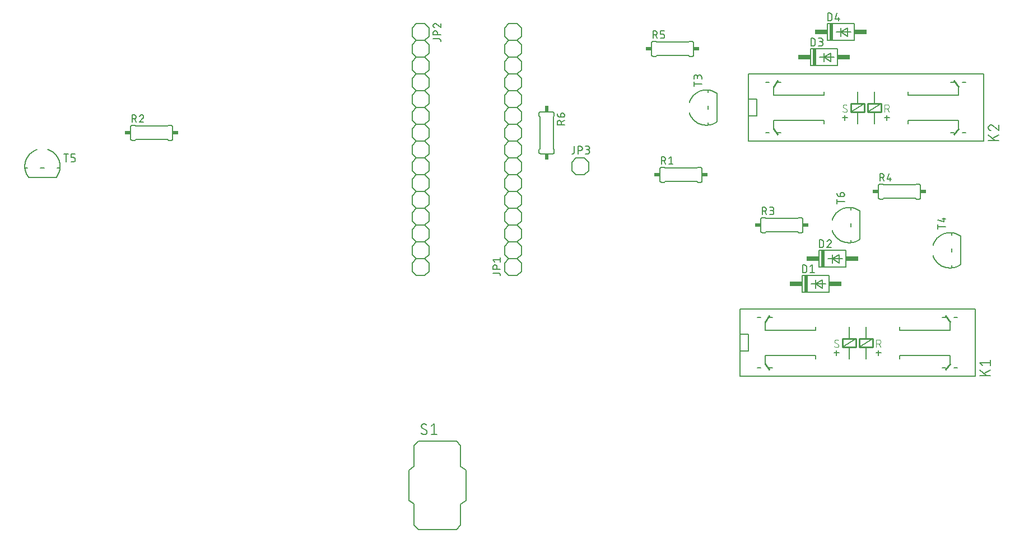
<source format=gbr>
G04 EAGLE Gerber X2 export*
%TF.Part,Single*%
%TF.FileFunction,Legend,Top,1*%
%TF.FilePolarity,Positive*%
%TF.GenerationSoftware,Autodesk,EAGLE,9.0.1*%
%TF.CreationDate,2018-06-20T09:19:30Z*%
G75*
%MOMM*%
%FSLAX34Y34*%
%LPD*%
%AMOC8*
5,1,8,0,0,1.08239X$1,22.5*%
G01*
%ADD10C,0.152400*%
%ADD11C,0.127000*%
%ADD12R,0.508000X2.540000*%
%ADD13R,1.905000X0.762000*%
%ADD14C,0.254000*%
%ADD15C,0.177800*%
%ADD16C,0.101600*%
%ADD17R,0.863600X0.609600*%
%ADD18R,0.609600X0.863600*%


D10*
X706120Y342900D02*
X665480Y342900D01*
X706120Y342900D02*
X706120Y368300D01*
X665480Y368300D01*
X665480Y342900D01*
X679450Y355600D02*
X685800Y355600D01*
X695960Y361950D02*
X695960Y349250D01*
X685800Y355600D01*
X701040Y355600D01*
X695960Y361950D02*
X685800Y355600D01*
X685800Y361950D01*
X685800Y355600D02*
X685800Y349250D01*
D11*
X666115Y372745D02*
X666115Y384175D01*
X669290Y384175D01*
X669401Y384173D01*
X669511Y384167D01*
X669622Y384158D01*
X669732Y384144D01*
X669841Y384127D01*
X669950Y384106D01*
X670058Y384081D01*
X670165Y384052D01*
X670271Y384020D01*
X670376Y383984D01*
X670479Y383944D01*
X670581Y383901D01*
X670682Y383854D01*
X670781Y383803D01*
X670878Y383750D01*
X670972Y383693D01*
X671065Y383632D01*
X671156Y383569D01*
X671245Y383502D01*
X671331Y383432D01*
X671414Y383359D01*
X671496Y383284D01*
X671574Y383206D01*
X671649Y383124D01*
X671722Y383041D01*
X671792Y382955D01*
X671859Y382866D01*
X671922Y382775D01*
X671983Y382682D01*
X672040Y382588D01*
X672093Y382491D01*
X672144Y382392D01*
X672191Y382291D01*
X672234Y382189D01*
X672274Y382086D01*
X672310Y381981D01*
X672342Y381875D01*
X672371Y381768D01*
X672396Y381660D01*
X672417Y381551D01*
X672434Y381442D01*
X672448Y381332D01*
X672457Y381221D01*
X672463Y381111D01*
X672465Y381000D01*
X672465Y375920D01*
X672463Y375809D01*
X672457Y375699D01*
X672448Y375588D01*
X672434Y375478D01*
X672417Y375369D01*
X672396Y375260D01*
X672371Y375152D01*
X672342Y375045D01*
X672310Y374939D01*
X672274Y374834D01*
X672234Y374731D01*
X672191Y374629D01*
X672144Y374528D01*
X672093Y374429D01*
X672040Y374332D01*
X671983Y374238D01*
X671922Y374145D01*
X671859Y374054D01*
X671792Y373965D01*
X671722Y373879D01*
X671649Y373796D01*
X671574Y373714D01*
X671496Y373636D01*
X671414Y373561D01*
X671331Y373488D01*
X671245Y373418D01*
X671156Y373351D01*
X671065Y373288D01*
X670972Y373227D01*
X670878Y373170D01*
X670781Y373117D01*
X670682Y373066D01*
X670581Y373019D01*
X670479Y372976D01*
X670376Y372936D01*
X670271Y372900D01*
X670165Y372868D01*
X670058Y372839D01*
X669950Y372814D01*
X669841Y372793D01*
X669732Y372776D01*
X669622Y372762D01*
X669511Y372753D01*
X669401Y372747D01*
X669290Y372745D01*
X666115Y372745D01*
X677926Y381635D02*
X681101Y384175D01*
X681101Y372745D01*
X677926Y372745D02*
X684276Y372745D01*
D12*
X671830Y355600D03*
D13*
X715645Y355600D03*
X655955Y355600D03*
D10*
X690880Y381000D02*
X731520Y381000D01*
X731520Y406400D01*
X690880Y406400D01*
X690880Y381000D01*
X704850Y393700D02*
X711200Y393700D01*
X721360Y400050D02*
X721360Y387350D01*
X711200Y393700D01*
X726440Y393700D01*
X721360Y400050D02*
X711200Y393700D01*
X711200Y400050D01*
X711200Y393700D02*
X711200Y387350D01*
D11*
X691515Y410845D02*
X691515Y422275D01*
X694690Y422275D01*
X694801Y422273D01*
X694911Y422267D01*
X695022Y422258D01*
X695132Y422244D01*
X695241Y422227D01*
X695350Y422206D01*
X695458Y422181D01*
X695565Y422152D01*
X695671Y422120D01*
X695776Y422084D01*
X695879Y422044D01*
X695981Y422001D01*
X696082Y421954D01*
X696181Y421903D01*
X696278Y421850D01*
X696372Y421793D01*
X696465Y421732D01*
X696556Y421669D01*
X696645Y421602D01*
X696731Y421532D01*
X696814Y421459D01*
X696896Y421384D01*
X696974Y421306D01*
X697049Y421224D01*
X697122Y421141D01*
X697192Y421055D01*
X697259Y420966D01*
X697322Y420875D01*
X697383Y420782D01*
X697440Y420688D01*
X697493Y420591D01*
X697544Y420492D01*
X697591Y420391D01*
X697634Y420289D01*
X697674Y420186D01*
X697710Y420081D01*
X697742Y419975D01*
X697771Y419868D01*
X697796Y419760D01*
X697817Y419651D01*
X697834Y419542D01*
X697848Y419432D01*
X697857Y419321D01*
X697863Y419211D01*
X697865Y419100D01*
X697865Y414020D01*
X697863Y413909D01*
X697857Y413799D01*
X697848Y413688D01*
X697834Y413578D01*
X697817Y413469D01*
X697796Y413360D01*
X697771Y413252D01*
X697742Y413145D01*
X697710Y413039D01*
X697674Y412934D01*
X697634Y412831D01*
X697591Y412729D01*
X697544Y412628D01*
X697493Y412529D01*
X697440Y412432D01*
X697383Y412338D01*
X697322Y412245D01*
X697259Y412154D01*
X697192Y412065D01*
X697122Y411979D01*
X697049Y411896D01*
X696974Y411814D01*
X696896Y411736D01*
X696814Y411661D01*
X696731Y411588D01*
X696645Y411518D01*
X696556Y411451D01*
X696465Y411388D01*
X696372Y411327D01*
X696278Y411270D01*
X696181Y411217D01*
X696082Y411166D01*
X695981Y411119D01*
X695879Y411076D01*
X695776Y411036D01*
X695671Y411000D01*
X695565Y410968D01*
X695458Y410939D01*
X695350Y410914D01*
X695241Y410893D01*
X695132Y410876D01*
X695022Y410862D01*
X694911Y410853D01*
X694801Y410847D01*
X694690Y410845D01*
X691515Y410845D01*
X706819Y422276D02*
X706923Y422274D01*
X707028Y422268D01*
X707132Y422259D01*
X707235Y422246D01*
X707338Y422228D01*
X707440Y422208D01*
X707542Y422183D01*
X707642Y422155D01*
X707742Y422123D01*
X707840Y422087D01*
X707937Y422048D01*
X708032Y422006D01*
X708126Y421960D01*
X708218Y421910D01*
X708308Y421858D01*
X708396Y421802D01*
X708482Y421742D01*
X708566Y421680D01*
X708647Y421615D01*
X708726Y421547D01*
X708803Y421475D01*
X708876Y421402D01*
X708948Y421325D01*
X709016Y421246D01*
X709081Y421165D01*
X709143Y421081D01*
X709203Y420995D01*
X709259Y420907D01*
X709311Y420817D01*
X709361Y420725D01*
X709407Y420631D01*
X709449Y420536D01*
X709488Y420439D01*
X709524Y420341D01*
X709556Y420241D01*
X709584Y420141D01*
X709609Y420039D01*
X709629Y419937D01*
X709647Y419834D01*
X709660Y419731D01*
X709669Y419627D01*
X709675Y419522D01*
X709677Y419418D01*
X706819Y422275D02*
X706701Y422273D01*
X706582Y422267D01*
X706464Y422258D01*
X706347Y422245D01*
X706230Y422227D01*
X706113Y422207D01*
X705997Y422182D01*
X705882Y422154D01*
X705769Y422121D01*
X705656Y422086D01*
X705544Y422046D01*
X705434Y422004D01*
X705325Y421957D01*
X705217Y421907D01*
X705112Y421854D01*
X705008Y421797D01*
X704906Y421737D01*
X704806Y421674D01*
X704708Y421607D01*
X704612Y421538D01*
X704519Y421465D01*
X704428Y421389D01*
X704339Y421311D01*
X704253Y421229D01*
X704170Y421145D01*
X704089Y421059D01*
X704012Y420969D01*
X703937Y420878D01*
X703865Y420784D01*
X703796Y420687D01*
X703731Y420589D01*
X703668Y420488D01*
X703609Y420385D01*
X703553Y420281D01*
X703501Y420175D01*
X703452Y420067D01*
X703407Y419958D01*
X703365Y419847D01*
X703327Y419735D01*
X708724Y417196D02*
X708800Y417271D01*
X708875Y417350D01*
X708946Y417431D01*
X709015Y417515D01*
X709080Y417601D01*
X709142Y417689D01*
X709202Y417779D01*
X709258Y417871D01*
X709311Y417966D01*
X709360Y418062D01*
X709406Y418160D01*
X709449Y418259D01*
X709488Y418360D01*
X709523Y418462D01*
X709555Y418565D01*
X709583Y418669D01*
X709608Y418774D01*
X709629Y418881D01*
X709646Y418987D01*
X709659Y419094D01*
X709668Y419202D01*
X709674Y419310D01*
X709676Y419418D01*
X708724Y417195D02*
X703326Y410845D01*
X709676Y410845D01*
D12*
X697230Y393700D03*
D13*
X741045Y393700D03*
X681355Y393700D03*
D10*
X678180Y685800D02*
X718820Y685800D01*
X718820Y711200D01*
X678180Y711200D01*
X678180Y685800D01*
X692150Y698500D02*
X698500Y698500D01*
X708660Y704850D02*
X708660Y692150D01*
X698500Y698500D01*
X713740Y698500D01*
X708660Y704850D02*
X698500Y698500D01*
X698500Y704850D01*
X698500Y698500D02*
X698500Y692150D01*
D11*
X678815Y715645D02*
X678815Y727075D01*
X681990Y727075D01*
X682101Y727073D01*
X682211Y727067D01*
X682322Y727058D01*
X682432Y727044D01*
X682541Y727027D01*
X682650Y727006D01*
X682758Y726981D01*
X682865Y726952D01*
X682971Y726920D01*
X683076Y726884D01*
X683179Y726844D01*
X683281Y726801D01*
X683382Y726754D01*
X683481Y726703D01*
X683578Y726650D01*
X683672Y726593D01*
X683765Y726532D01*
X683856Y726469D01*
X683945Y726402D01*
X684031Y726332D01*
X684114Y726259D01*
X684196Y726184D01*
X684274Y726106D01*
X684349Y726024D01*
X684422Y725941D01*
X684492Y725855D01*
X684559Y725766D01*
X684622Y725675D01*
X684683Y725582D01*
X684740Y725488D01*
X684793Y725391D01*
X684844Y725292D01*
X684891Y725191D01*
X684934Y725089D01*
X684974Y724986D01*
X685010Y724881D01*
X685042Y724775D01*
X685071Y724668D01*
X685096Y724560D01*
X685117Y724451D01*
X685134Y724342D01*
X685148Y724232D01*
X685157Y724121D01*
X685163Y724011D01*
X685165Y723900D01*
X685165Y718820D01*
X685163Y718709D01*
X685157Y718599D01*
X685148Y718488D01*
X685134Y718378D01*
X685117Y718269D01*
X685096Y718160D01*
X685071Y718052D01*
X685042Y717945D01*
X685010Y717839D01*
X684974Y717734D01*
X684934Y717631D01*
X684891Y717529D01*
X684844Y717428D01*
X684793Y717329D01*
X684740Y717233D01*
X684683Y717138D01*
X684622Y717045D01*
X684559Y716954D01*
X684492Y716865D01*
X684422Y716779D01*
X684349Y716696D01*
X684274Y716614D01*
X684196Y716536D01*
X684114Y716461D01*
X684031Y716388D01*
X683945Y716318D01*
X683856Y716251D01*
X683765Y716188D01*
X683672Y716127D01*
X683578Y716070D01*
X683481Y716017D01*
X683382Y715966D01*
X683281Y715919D01*
X683179Y715876D01*
X683076Y715836D01*
X682971Y715800D01*
X682865Y715768D01*
X682758Y715739D01*
X682650Y715714D01*
X682541Y715693D01*
X682432Y715676D01*
X682322Y715662D01*
X682211Y715653D01*
X682101Y715647D01*
X681990Y715645D01*
X678815Y715645D01*
X690626Y715645D02*
X693801Y715645D01*
X693912Y715647D01*
X694022Y715653D01*
X694133Y715662D01*
X694243Y715676D01*
X694352Y715693D01*
X694461Y715714D01*
X694569Y715739D01*
X694676Y715768D01*
X694782Y715800D01*
X694887Y715836D01*
X694990Y715876D01*
X695092Y715919D01*
X695193Y715966D01*
X695292Y716017D01*
X695389Y716070D01*
X695483Y716127D01*
X695576Y716188D01*
X695667Y716251D01*
X695756Y716318D01*
X695842Y716388D01*
X695925Y716461D01*
X696007Y716536D01*
X696085Y716614D01*
X696160Y716696D01*
X696233Y716779D01*
X696303Y716865D01*
X696370Y716954D01*
X696433Y717045D01*
X696494Y717138D01*
X696551Y717233D01*
X696604Y717329D01*
X696655Y717428D01*
X696702Y717529D01*
X696745Y717631D01*
X696785Y717734D01*
X696821Y717839D01*
X696853Y717945D01*
X696882Y718052D01*
X696907Y718160D01*
X696928Y718269D01*
X696945Y718378D01*
X696959Y718488D01*
X696968Y718599D01*
X696974Y718709D01*
X696976Y718820D01*
X696974Y718931D01*
X696968Y719041D01*
X696959Y719152D01*
X696945Y719262D01*
X696928Y719371D01*
X696907Y719480D01*
X696882Y719588D01*
X696853Y719695D01*
X696821Y719801D01*
X696785Y719906D01*
X696745Y720009D01*
X696702Y720111D01*
X696655Y720212D01*
X696604Y720311D01*
X696551Y720407D01*
X696494Y720502D01*
X696433Y720595D01*
X696370Y720686D01*
X696303Y720775D01*
X696233Y720861D01*
X696160Y720944D01*
X696085Y721026D01*
X696007Y721104D01*
X695925Y721179D01*
X695842Y721252D01*
X695756Y721322D01*
X695667Y721389D01*
X695576Y721452D01*
X695483Y721513D01*
X695389Y721570D01*
X695292Y721623D01*
X695193Y721674D01*
X695092Y721721D01*
X694990Y721764D01*
X694887Y721804D01*
X694782Y721840D01*
X694676Y721872D01*
X694569Y721901D01*
X694461Y721926D01*
X694352Y721947D01*
X694243Y721964D01*
X694133Y721978D01*
X694022Y721987D01*
X693912Y721993D01*
X693801Y721995D01*
X694436Y727075D02*
X690626Y727075D01*
X694436Y727075D02*
X694536Y727073D01*
X694635Y727067D01*
X694735Y727057D01*
X694833Y727044D01*
X694932Y727026D01*
X695029Y727005D01*
X695125Y726980D01*
X695221Y726951D01*
X695315Y726918D01*
X695408Y726882D01*
X695499Y726842D01*
X695589Y726798D01*
X695677Y726751D01*
X695763Y726701D01*
X695847Y726647D01*
X695929Y726590D01*
X696008Y726530D01*
X696086Y726466D01*
X696160Y726400D01*
X696232Y726331D01*
X696301Y726259D01*
X696367Y726185D01*
X696431Y726107D01*
X696491Y726028D01*
X696548Y725946D01*
X696602Y725862D01*
X696652Y725776D01*
X696699Y725688D01*
X696743Y725598D01*
X696783Y725507D01*
X696819Y725414D01*
X696852Y725320D01*
X696881Y725224D01*
X696906Y725128D01*
X696927Y725031D01*
X696945Y724932D01*
X696958Y724834D01*
X696968Y724734D01*
X696974Y724635D01*
X696976Y724535D01*
X696974Y724435D01*
X696968Y724336D01*
X696958Y724236D01*
X696945Y724138D01*
X696927Y724039D01*
X696906Y723942D01*
X696881Y723846D01*
X696852Y723750D01*
X696819Y723656D01*
X696783Y723563D01*
X696743Y723472D01*
X696699Y723382D01*
X696652Y723294D01*
X696602Y723208D01*
X696548Y723124D01*
X696491Y723042D01*
X696431Y722963D01*
X696367Y722885D01*
X696301Y722811D01*
X696232Y722739D01*
X696160Y722670D01*
X696086Y722604D01*
X696008Y722540D01*
X695929Y722480D01*
X695847Y722423D01*
X695763Y722369D01*
X695677Y722319D01*
X695589Y722272D01*
X695499Y722228D01*
X695408Y722188D01*
X695315Y722152D01*
X695221Y722119D01*
X695125Y722090D01*
X695029Y722065D01*
X694932Y722044D01*
X694833Y722026D01*
X694735Y722013D01*
X694635Y722003D01*
X694536Y721997D01*
X694436Y721995D01*
X691896Y721995D01*
D12*
X684530Y698500D03*
D13*
X728345Y698500D03*
X668655Y698500D03*
D10*
X703580Y723900D02*
X744220Y723900D01*
X744220Y749300D01*
X703580Y749300D01*
X703580Y723900D01*
X717550Y736600D02*
X723900Y736600D01*
X734060Y742950D02*
X734060Y730250D01*
X723900Y736600D01*
X739140Y736600D01*
X734060Y742950D02*
X723900Y736600D01*
X723900Y742950D01*
X723900Y736600D02*
X723900Y730250D01*
D11*
X704215Y753745D02*
X704215Y765175D01*
X707390Y765175D01*
X707501Y765173D01*
X707611Y765167D01*
X707722Y765158D01*
X707832Y765144D01*
X707941Y765127D01*
X708050Y765106D01*
X708158Y765081D01*
X708265Y765052D01*
X708371Y765020D01*
X708476Y764984D01*
X708579Y764944D01*
X708681Y764901D01*
X708782Y764854D01*
X708881Y764803D01*
X708978Y764750D01*
X709072Y764693D01*
X709165Y764632D01*
X709256Y764569D01*
X709345Y764502D01*
X709431Y764432D01*
X709514Y764359D01*
X709596Y764284D01*
X709674Y764206D01*
X709749Y764124D01*
X709822Y764041D01*
X709892Y763955D01*
X709959Y763866D01*
X710022Y763775D01*
X710083Y763682D01*
X710140Y763588D01*
X710193Y763491D01*
X710244Y763392D01*
X710291Y763291D01*
X710334Y763189D01*
X710374Y763086D01*
X710410Y762981D01*
X710442Y762875D01*
X710471Y762768D01*
X710496Y762660D01*
X710517Y762551D01*
X710534Y762442D01*
X710548Y762332D01*
X710557Y762221D01*
X710563Y762111D01*
X710565Y762000D01*
X710565Y756920D01*
X710563Y756809D01*
X710557Y756699D01*
X710548Y756588D01*
X710534Y756478D01*
X710517Y756369D01*
X710496Y756260D01*
X710471Y756152D01*
X710442Y756045D01*
X710410Y755939D01*
X710374Y755834D01*
X710334Y755731D01*
X710291Y755629D01*
X710244Y755528D01*
X710193Y755429D01*
X710140Y755333D01*
X710083Y755238D01*
X710022Y755145D01*
X709959Y755054D01*
X709892Y754965D01*
X709822Y754879D01*
X709749Y754796D01*
X709674Y754714D01*
X709596Y754636D01*
X709514Y754561D01*
X709431Y754488D01*
X709345Y754418D01*
X709256Y754351D01*
X709165Y754288D01*
X709072Y754227D01*
X708978Y754170D01*
X708881Y754117D01*
X708782Y754066D01*
X708681Y754019D01*
X708579Y753976D01*
X708476Y753936D01*
X708371Y753900D01*
X708265Y753868D01*
X708158Y753839D01*
X708050Y753814D01*
X707941Y753793D01*
X707832Y753776D01*
X707722Y753762D01*
X707611Y753753D01*
X707501Y753747D01*
X707390Y753745D01*
X704215Y753745D01*
X716026Y756285D02*
X718566Y765175D01*
X716026Y756285D02*
X722376Y756285D01*
X720471Y758825D02*
X720471Y753745D01*
D12*
X709930Y736600D03*
D13*
X753745Y736600D03*
X694055Y736600D03*
D10*
X215900Y692150D02*
X215900Y679450D01*
X215900Y692150D02*
X222250Y698500D01*
X234950Y698500D01*
X241300Y692150D01*
X222250Y698500D02*
X215900Y704850D01*
X215900Y717550D01*
X222250Y723900D01*
X234950Y723900D01*
X241300Y717550D01*
X241300Y704850D01*
X234950Y698500D01*
X215900Y654050D02*
X222250Y647700D01*
X215900Y654050D02*
X215900Y666750D01*
X222250Y673100D01*
X234950Y673100D01*
X241300Y666750D01*
X241300Y654050D01*
X234950Y647700D01*
X222250Y673100D02*
X215900Y679450D01*
X234950Y673100D02*
X241300Y679450D01*
X241300Y692150D01*
X215900Y615950D02*
X215900Y603250D01*
X215900Y615950D02*
X222250Y622300D01*
X234950Y622300D01*
X241300Y615950D01*
X222250Y622300D02*
X215900Y628650D01*
X215900Y641350D01*
X222250Y647700D01*
X234950Y647700D01*
X241300Y641350D01*
X241300Y628650D01*
X234950Y622300D01*
X215900Y577850D02*
X222250Y571500D01*
X215900Y577850D02*
X215900Y590550D01*
X222250Y596900D01*
X234950Y596900D01*
X241300Y590550D01*
X241300Y577850D01*
X234950Y571500D01*
X222250Y596900D02*
X215900Y603250D01*
X234950Y596900D02*
X241300Y603250D01*
X241300Y615950D01*
X215900Y539750D02*
X215900Y527050D01*
X215900Y539750D02*
X222250Y546100D01*
X234950Y546100D01*
X241300Y539750D01*
X222250Y546100D02*
X215900Y552450D01*
X215900Y565150D01*
X222250Y571500D01*
X234950Y571500D01*
X241300Y565150D01*
X241300Y552450D01*
X234950Y546100D01*
X215900Y501650D02*
X222250Y495300D01*
X215900Y501650D02*
X215900Y514350D01*
X222250Y520700D01*
X234950Y520700D01*
X241300Y514350D01*
X241300Y501650D01*
X234950Y495300D01*
X222250Y520700D02*
X215900Y527050D01*
X234950Y520700D02*
X241300Y527050D01*
X241300Y539750D01*
X215900Y463550D02*
X215900Y450850D01*
X215900Y463550D02*
X222250Y469900D01*
X234950Y469900D01*
X241300Y463550D01*
X222250Y469900D02*
X215900Y476250D01*
X215900Y488950D01*
X222250Y495300D01*
X234950Y495300D01*
X241300Y488950D01*
X241300Y476250D01*
X234950Y469900D01*
X215900Y425450D02*
X222250Y419100D01*
X215900Y425450D02*
X215900Y438150D01*
X222250Y444500D01*
X234950Y444500D01*
X241300Y438150D01*
X241300Y425450D01*
X234950Y419100D01*
X222250Y444500D02*
X215900Y450850D01*
X234950Y444500D02*
X241300Y450850D01*
X241300Y463550D01*
X215900Y387350D02*
X215900Y374650D01*
X215900Y387350D02*
X222250Y393700D01*
X234950Y393700D01*
X241300Y387350D01*
X222250Y393700D02*
X215900Y400050D01*
X215900Y412750D01*
X222250Y419100D01*
X234950Y419100D01*
X241300Y412750D01*
X241300Y400050D01*
X234950Y393700D01*
X234950Y368300D02*
X222250Y368300D01*
X215900Y374650D01*
X234950Y368300D02*
X241300Y374650D01*
X241300Y387350D01*
X222250Y723900D02*
X215900Y730250D01*
X215900Y742950D01*
X222250Y749300D01*
X234950Y749300D01*
X241300Y742950D01*
X241300Y730250D01*
X234950Y723900D01*
D11*
X207137Y371983D02*
X198247Y371983D01*
X207137Y371983D02*
X207237Y371981D01*
X207336Y371975D01*
X207436Y371965D01*
X207534Y371952D01*
X207633Y371934D01*
X207730Y371913D01*
X207826Y371888D01*
X207922Y371859D01*
X208016Y371826D01*
X208109Y371790D01*
X208200Y371750D01*
X208290Y371706D01*
X208378Y371659D01*
X208464Y371609D01*
X208548Y371555D01*
X208630Y371498D01*
X208709Y371438D01*
X208787Y371374D01*
X208861Y371308D01*
X208933Y371239D01*
X209002Y371167D01*
X209068Y371093D01*
X209132Y371015D01*
X209192Y370936D01*
X209249Y370854D01*
X209303Y370770D01*
X209353Y370684D01*
X209400Y370596D01*
X209444Y370506D01*
X209484Y370415D01*
X209520Y370322D01*
X209553Y370228D01*
X209582Y370132D01*
X209607Y370036D01*
X209628Y369939D01*
X209646Y369840D01*
X209659Y369742D01*
X209669Y369642D01*
X209675Y369543D01*
X209677Y369443D01*
X209677Y368173D01*
X209677Y377963D02*
X198247Y377963D01*
X198247Y381138D01*
X198249Y381249D01*
X198255Y381359D01*
X198264Y381470D01*
X198278Y381580D01*
X198295Y381689D01*
X198316Y381798D01*
X198341Y381906D01*
X198370Y382013D01*
X198402Y382119D01*
X198438Y382224D01*
X198478Y382327D01*
X198521Y382429D01*
X198568Y382530D01*
X198619Y382629D01*
X198672Y382726D01*
X198729Y382820D01*
X198790Y382913D01*
X198853Y383004D01*
X198920Y383093D01*
X198990Y383179D01*
X199063Y383262D01*
X199138Y383344D01*
X199216Y383422D01*
X199298Y383497D01*
X199381Y383570D01*
X199467Y383640D01*
X199556Y383707D01*
X199647Y383770D01*
X199740Y383831D01*
X199835Y383888D01*
X199931Y383941D01*
X200030Y383992D01*
X200131Y384039D01*
X200233Y384082D01*
X200336Y384122D01*
X200441Y384158D01*
X200547Y384190D01*
X200654Y384219D01*
X200762Y384244D01*
X200871Y384265D01*
X200980Y384282D01*
X201090Y384296D01*
X201201Y384305D01*
X201311Y384311D01*
X201422Y384313D01*
X201533Y384311D01*
X201643Y384305D01*
X201754Y384296D01*
X201864Y384282D01*
X201973Y384265D01*
X202082Y384244D01*
X202190Y384219D01*
X202297Y384190D01*
X202403Y384158D01*
X202508Y384122D01*
X202611Y384082D01*
X202713Y384039D01*
X202814Y383992D01*
X202913Y383941D01*
X203010Y383888D01*
X203104Y383831D01*
X203197Y383770D01*
X203288Y383707D01*
X203377Y383640D01*
X203463Y383570D01*
X203546Y383497D01*
X203628Y383422D01*
X203706Y383344D01*
X203781Y383262D01*
X203854Y383179D01*
X203924Y383093D01*
X203991Y383004D01*
X204054Y382913D01*
X204115Y382820D01*
X204172Y382726D01*
X204225Y382629D01*
X204276Y382530D01*
X204323Y382429D01*
X204366Y382327D01*
X204406Y382224D01*
X204442Y382119D01*
X204474Y382013D01*
X204503Y381906D01*
X204528Y381798D01*
X204549Y381689D01*
X204566Y381580D01*
X204580Y381470D01*
X204589Y381359D01*
X204595Y381249D01*
X204597Y381138D01*
X204597Y377963D01*
X200787Y388822D02*
X198247Y391997D01*
X209677Y391997D01*
X209677Y388822D02*
X209677Y395172D01*
D10*
X101600Y425450D02*
X101600Y438150D01*
X101600Y425450D02*
X95250Y419100D01*
X82550Y419100D01*
X76200Y425450D01*
X95250Y419100D02*
X101600Y412750D01*
X101600Y400050D01*
X95250Y393700D01*
X82550Y393700D01*
X76200Y400050D01*
X76200Y412750D01*
X82550Y419100D01*
X101600Y463550D02*
X95250Y469900D01*
X101600Y463550D02*
X101600Y450850D01*
X95250Y444500D01*
X82550Y444500D01*
X76200Y450850D01*
X76200Y463550D01*
X82550Y469900D01*
X95250Y444500D02*
X101600Y438150D01*
X82550Y444500D02*
X76200Y438150D01*
X76200Y425450D01*
X101600Y501650D02*
X101600Y514350D01*
X101600Y501650D02*
X95250Y495300D01*
X82550Y495300D01*
X76200Y501650D01*
X95250Y495300D02*
X101600Y488950D01*
X101600Y476250D01*
X95250Y469900D01*
X82550Y469900D01*
X76200Y476250D01*
X76200Y488950D01*
X82550Y495300D01*
X101600Y539750D02*
X95250Y546100D01*
X101600Y539750D02*
X101600Y527050D01*
X95250Y520700D01*
X82550Y520700D01*
X76200Y527050D01*
X76200Y539750D01*
X82550Y546100D01*
X95250Y520700D02*
X101600Y514350D01*
X82550Y520700D02*
X76200Y514350D01*
X76200Y501650D01*
X101600Y577850D02*
X101600Y590550D01*
X101600Y577850D02*
X95250Y571500D01*
X82550Y571500D01*
X76200Y577850D01*
X95250Y571500D02*
X101600Y565150D01*
X101600Y552450D01*
X95250Y546100D01*
X82550Y546100D01*
X76200Y552450D01*
X76200Y565150D01*
X82550Y571500D01*
X101600Y615950D02*
X95250Y622300D01*
X101600Y615950D02*
X101600Y603250D01*
X95250Y596900D01*
X82550Y596900D01*
X76200Y603250D01*
X76200Y615950D01*
X82550Y622300D01*
X95250Y596900D02*
X101600Y590550D01*
X82550Y596900D02*
X76200Y590550D01*
X76200Y577850D01*
X101600Y654050D02*
X101600Y666750D01*
X101600Y654050D02*
X95250Y647700D01*
X82550Y647700D01*
X76200Y654050D01*
X95250Y647700D02*
X101600Y641350D01*
X101600Y628650D01*
X95250Y622300D01*
X82550Y622300D01*
X76200Y628650D01*
X76200Y641350D01*
X82550Y647700D01*
X101600Y692150D02*
X95250Y698500D01*
X101600Y692150D02*
X101600Y679450D01*
X95250Y673100D01*
X82550Y673100D01*
X76200Y679450D01*
X76200Y692150D01*
X82550Y698500D01*
X95250Y673100D02*
X101600Y666750D01*
X82550Y673100D02*
X76200Y666750D01*
X76200Y654050D01*
X101600Y730250D02*
X101600Y742950D01*
X101600Y730250D02*
X95250Y723900D01*
X82550Y723900D01*
X76200Y730250D01*
X95250Y723900D02*
X101600Y717550D01*
X101600Y704850D01*
X95250Y698500D01*
X82550Y698500D01*
X76200Y704850D01*
X76200Y717550D01*
X82550Y723900D01*
X82550Y749300D02*
X95250Y749300D01*
X101600Y742950D01*
X82550Y749300D02*
X76200Y742950D01*
X76200Y730250D01*
X95250Y393700D02*
X101600Y387350D01*
X101600Y374650D01*
X95250Y368300D01*
X82550Y368300D01*
X76200Y374650D01*
X76200Y387350D01*
X82550Y393700D01*
D11*
X107823Y726238D02*
X116713Y726238D01*
X116813Y726236D01*
X116912Y726230D01*
X117012Y726220D01*
X117110Y726207D01*
X117209Y726189D01*
X117306Y726168D01*
X117402Y726143D01*
X117498Y726114D01*
X117592Y726081D01*
X117685Y726045D01*
X117776Y726005D01*
X117866Y725961D01*
X117954Y725914D01*
X118040Y725864D01*
X118124Y725810D01*
X118206Y725753D01*
X118285Y725693D01*
X118363Y725629D01*
X118437Y725563D01*
X118509Y725494D01*
X118578Y725422D01*
X118644Y725348D01*
X118708Y725270D01*
X118768Y725191D01*
X118825Y725109D01*
X118879Y725025D01*
X118929Y724939D01*
X118976Y724851D01*
X119020Y724761D01*
X119060Y724670D01*
X119096Y724577D01*
X119129Y724483D01*
X119158Y724387D01*
X119183Y724291D01*
X119204Y724194D01*
X119222Y724095D01*
X119235Y723997D01*
X119245Y723897D01*
X119251Y723798D01*
X119253Y723698D01*
X119253Y722428D01*
X119253Y732219D02*
X107823Y732219D01*
X107823Y735394D01*
X107825Y735505D01*
X107831Y735615D01*
X107840Y735726D01*
X107854Y735836D01*
X107871Y735945D01*
X107892Y736054D01*
X107917Y736162D01*
X107946Y736269D01*
X107978Y736375D01*
X108014Y736480D01*
X108054Y736583D01*
X108097Y736685D01*
X108144Y736786D01*
X108195Y736885D01*
X108248Y736982D01*
X108305Y737076D01*
X108366Y737169D01*
X108429Y737260D01*
X108496Y737349D01*
X108566Y737435D01*
X108639Y737518D01*
X108714Y737600D01*
X108792Y737678D01*
X108874Y737753D01*
X108957Y737826D01*
X109043Y737896D01*
X109132Y737963D01*
X109223Y738026D01*
X109316Y738087D01*
X109411Y738144D01*
X109507Y738197D01*
X109606Y738248D01*
X109707Y738295D01*
X109809Y738338D01*
X109912Y738378D01*
X110017Y738414D01*
X110123Y738446D01*
X110230Y738475D01*
X110338Y738500D01*
X110447Y738521D01*
X110556Y738538D01*
X110666Y738552D01*
X110777Y738561D01*
X110887Y738567D01*
X110998Y738569D01*
X111109Y738567D01*
X111219Y738561D01*
X111330Y738552D01*
X111440Y738538D01*
X111549Y738521D01*
X111658Y738500D01*
X111766Y738475D01*
X111873Y738446D01*
X111979Y738414D01*
X112084Y738378D01*
X112187Y738338D01*
X112289Y738295D01*
X112390Y738248D01*
X112489Y738197D01*
X112586Y738144D01*
X112680Y738087D01*
X112773Y738026D01*
X112864Y737963D01*
X112953Y737896D01*
X113039Y737826D01*
X113122Y737753D01*
X113204Y737678D01*
X113282Y737600D01*
X113357Y737518D01*
X113430Y737435D01*
X113500Y737349D01*
X113567Y737260D01*
X113630Y737169D01*
X113691Y737076D01*
X113748Y736982D01*
X113801Y736885D01*
X113852Y736786D01*
X113899Y736685D01*
X113942Y736583D01*
X113982Y736480D01*
X114018Y736375D01*
X114050Y736269D01*
X114079Y736162D01*
X114104Y736054D01*
X114125Y735945D01*
X114142Y735836D01*
X114156Y735726D01*
X114165Y735615D01*
X114171Y735505D01*
X114173Y735394D01*
X114173Y732219D01*
X107823Y746570D02*
X107825Y746674D01*
X107831Y746779D01*
X107840Y746883D01*
X107853Y746986D01*
X107871Y747089D01*
X107891Y747191D01*
X107916Y747293D01*
X107944Y747393D01*
X107976Y747493D01*
X108012Y747591D01*
X108051Y747688D01*
X108093Y747783D01*
X108139Y747877D01*
X108189Y747969D01*
X108241Y748059D01*
X108297Y748147D01*
X108357Y748233D01*
X108419Y748317D01*
X108484Y748398D01*
X108552Y748477D01*
X108624Y748554D01*
X108697Y748627D01*
X108774Y748699D01*
X108853Y748767D01*
X108934Y748832D01*
X109018Y748894D01*
X109104Y748954D01*
X109192Y749010D01*
X109282Y749062D01*
X109374Y749112D01*
X109468Y749158D01*
X109563Y749200D01*
X109660Y749239D01*
X109758Y749275D01*
X109858Y749307D01*
X109958Y749335D01*
X110060Y749360D01*
X110162Y749380D01*
X110265Y749398D01*
X110368Y749411D01*
X110472Y749420D01*
X110577Y749426D01*
X110681Y749428D01*
X107823Y746570D02*
X107825Y746452D01*
X107831Y746333D01*
X107840Y746215D01*
X107853Y746098D01*
X107871Y745981D01*
X107891Y745864D01*
X107916Y745748D01*
X107944Y745633D01*
X107977Y745520D01*
X108012Y745407D01*
X108052Y745295D01*
X108094Y745185D01*
X108141Y745076D01*
X108191Y744968D01*
X108244Y744863D01*
X108301Y744759D01*
X108361Y744657D01*
X108424Y744557D01*
X108491Y744459D01*
X108560Y744363D01*
X108633Y744270D01*
X108709Y744179D01*
X108787Y744090D01*
X108869Y744004D01*
X108953Y743921D01*
X109039Y743840D01*
X109129Y743763D01*
X109220Y743688D01*
X109314Y743616D01*
X109411Y743547D01*
X109509Y743482D01*
X109610Y743419D01*
X109713Y743360D01*
X109817Y743304D01*
X109923Y743252D01*
X110031Y743203D01*
X110140Y743158D01*
X110251Y743116D01*
X110363Y743078D01*
X112903Y748475D02*
X112828Y748551D01*
X112749Y748626D01*
X112668Y748697D01*
X112584Y748766D01*
X112498Y748831D01*
X112410Y748893D01*
X112320Y748953D01*
X112228Y749009D01*
X112133Y749062D01*
X112037Y749111D01*
X111939Y749157D01*
X111840Y749200D01*
X111739Y749239D01*
X111637Y749274D01*
X111534Y749306D01*
X111430Y749334D01*
X111325Y749359D01*
X111218Y749380D01*
X111112Y749397D01*
X111005Y749410D01*
X110897Y749419D01*
X110789Y749425D01*
X110681Y749427D01*
X112903Y748475D02*
X119253Y743077D01*
X119253Y749427D01*
D10*
X323850Y546100D02*
X336550Y546100D01*
X342900Y539750D01*
X342900Y527050D01*
X336550Y520700D01*
X317500Y527050D02*
X317500Y539750D01*
X323850Y546100D01*
X317500Y527050D02*
X323850Y520700D01*
X336550Y520700D01*
D11*
X321183Y554863D02*
X321183Y563753D01*
X321183Y554863D02*
X321181Y554763D01*
X321175Y554664D01*
X321165Y554564D01*
X321152Y554466D01*
X321134Y554367D01*
X321113Y554270D01*
X321088Y554174D01*
X321059Y554078D01*
X321026Y553984D01*
X320990Y553891D01*
X320950Y553800D01*
X320906Y553710D01*
X320859Y553622D01*
X320809Y553536D01*
X320755Y553452D01*
X320698Y553370D01*
X320638Y553291D01*
X320574Y553213D01*
X320508Y553139D01*
X320439Y553067D01*
X320367Y552998D01*
X320293Y552932D01*
X320215Y552868D01*
X320136Y552808D01*
X320054Y552751D01*
X319970Y552697D01*
X319884Y552647D01*
X319796Y552600D01*
X319706Y552556D01*
X319615Y552516D01*
X319522Y552480D01*
X319428Y552447D01*
X319332Y552418D01*
X319236Y552393D01*
X319139Y552372D01*
X319040Y552354D01*
X318942Y552341D01*
X318842Y552331D01*
X318743Y552325D01*
X318643Y552323D01*
X317373Y552323D01*
X327163Y552323D02*
X327163Y563753D01*
X330338Y563753D01*
X330449Y563751D01*
X330559Y563745D01*
X330670Y563736D01*
X330780Y563722D01*
X330889Y563705D01*
X330998Y563684D01*
X331106Y563659D01*
X331213Y563630D01*
X331319Y563598D01*
X331424Y563562D01*
X331527Y563522D01*
X331629Y563479D01*
X331730Y563432D01*
X331829Y563381D01*
X331926Y563328D01*
X332020Y563271D01*
X332113Y563210D01*
X332204Y563147D01*
X332293Y563080D01*
X332379Y563010D01*
X332462Y562937D01*
X332544Y562862D01*
X332622Y562784D01*
X332697Y562702D01*
X332770Y562619D01*
X332840Y562533D01*
X332907Y562444D01*
X332970Y562353D01*
X333031Y562260D01*
X333088Y562165D01*
X333141Y562069D01*
X333192Y561970D01*
X333239Y561869D01*
X333282Y561767D01*
X333322Y561664D01*
X333358Y561559D01*
X333390Y561453D01*
X333419Y561346D01*
X333444Y561238D01*
X333465Y561129D01*
X333482Y561020D01*
X333496Y560910D01*
X333505Y560799D01*
X333511Y560689D01*
X333513Y560578D01*
X333511Y560467D01*
X333505Y560357D01*
X333496Y560246D01*
X333482Y560136D01*
X333465Y560027D01*
X333444Y559918D01*
X333419Y559810D01*
X333390Y559703D01*
X333358Y559597D01*
X333322Y559492D01*
X333282Y559389D01*
X333239Y559287D01*
X333192Y559186D01*
X333141Y559087D01*
X333088Y558991D01*
X333031Y558896D01*
X332970Y558803D01*
X332907Y558712D01*
X332840Y558623D01*
X332770Y558537D01*
X332697Y558454D01*
X332622Y558372D01*
X332544Y558294D01*
X332462Y558219D01*
X332379Y558146D01*
X332293Y558076D01*
X332204Y558009D01*
X332113Y557946D01*
X332020Y557885D01*
X331926Y557828D01*
X331829Y557775D01*
X331730Y557724D01*
X331629Y557677D01*
X331527Y557634D01*
X331424Y557594D01*
X331319Y557558D01*
X331213Y557526D01*
X331106Y557497D01*
X330998Y557472D01*
X330889Y557451D01*
X330780Y557434D01*
X330670Y557420D01*
X330559Y557411D01*
X330449Y557405D01*
X330338Y557403D01*
X327163Y557403D01*
X338022Y552323D02*
X341197Y552323D01*
X341308Y552325D01*
X341418Y552331D01*
X341529Y552340D01*
X341639Y552354D01*
X341748Y552371D01*
X341857Y552392D01*
X341965Y552417D01*
X342072Y552446D01*
X342178Y552478D01*
X342283Y552514D01*
X342386Y552554D01*
X342488Y552597D01*
X342589Y552644D01*
X342688Y552695D01*
X342785Y552748D01*
X342879Y552805D01*
X342972Y552866D01*
X343063Y552929D01*
X343152Y552996D01*
X343238Y553066D01*
X343321Y553139D01*
X343403Y553214D01*
X343481Y553292D01*
X343556Y553374D01*
X343629Y553457D01*
X343699Y553543D01*
X343766Y553632D01*
X343829Y553723D01*
X343890Y553816D01*
X343947Y553911D01*
X344000Y554007D01*
X344051Y554106D01*
X344098Y554207D01*
X344141Y554309D01*
X344181Y554412D01*
X344217Y554517D01*
X344249Y554623D01*
X344278Y554730D01*
X344303Y554838D01*
X344324Y554947D01*
X344341Y555056D01*
X344355Y555166D01*
X344364Y555277D01*
X344370Y555387D01*
X344372Y555498D01*
X344370Y555609D01*
X344364Y555719D01*
X344355Y555830D01*
X344341Y555940D01*
X344324Y556049D01*
X344303Y556158D01*
X344278Y556266D01*
X344249Y556373D01*
X344217Y556479D01*
X344181Y556584D01*
X344141Y556687D01*
X344098Y556789D01*
X344051Y556890D01*
X344000Y556989D01*
X343947Y557085D01*
X343890Y557180D01*
X343829Y557273D01*
X343766Y557364D01*
X343699Y557453D01*
X343629Y557539D01*
X343556Y557622D01*
X343481Y557704D01*
X343403Y557782D01*
X343321Y557857D01*
X343238Y557930D01*
X343152Y558000D01*
X343063Y558067D01*
X342972Y558130D01*
X342879Y558191D01*
X342785Y558248D01*
X342688Y558301D01*
X342589Y558352D01*
X342488Y558399D01*
X342386Y558442D01*
X342283Y558482D01*
X342178Y558518D01*
X342072Y558550D01*
X341965Y558579D01*
X341857Y558604D01*
X341748Y558625D01*
X341639Y558642D01*
X341529Y558656D01*
X341418Y558665D01*
X341308Y558671D01*
X341197Y558673D01*
X341832Y563753D02*
X338022Y563753D01*
X341832Y563753D02*
X341932Y563751D01*
X342031Y563745D01*
X342131Y563735D01*
X342229Y563722D01*
X342328Y563704D01*
X342425Y563683D01*
X342521Y563658D01*
X342617Y563629D01*
X342711Y563596D01*
X342804Y563560D01*
X342895Y563520D01*
X342985Y563476D01*
X343073Y563429D01*
X343159Y563379D01*
X343243Y563325D01*
X343325Y563268D01*
X343404Y563208D01*
X343482Y563144D01*
X343556Y563078D01*
X343628Y563009D01*
X343697Y562937D01*
X343763Y562863D01*
X343827Y562785D01*
X343887Y562706D01*
X343944Y562624D01*
X343998Y562540D01*
X344048Y562454D01*
X344095Y562366D01*
X344139Y562276D01*
X344179Y562185D01*
X344215Y562092D01*
X344248Y561998D01*
X344277Y561902D01*
X344302Y561806D01*
X344323Y561709D01*
X344341Y561610D01*
X344354Y561512D01*
X344364Y561412D01*
X344370Y561313D01*
X344372Y561213D01*
X344370Y561113D01*
X344364Y561014D01*
X344354Y560914D01*
X344341Y560816D01*
X344323Y560717D01*
X344302Y560620D01*
X344277Y560524D01*
X344248Y560428D01*
X344215Y560334D01*
X344179Y560241D01*
X344139Y560150D01*
X344095Y560060D01*
X344048Y559972D01*
X343998Y559886D01*
X343944Y559802D01*
X343887Y559720D01*
X343827Y559641D01*
X343763Y559563D01*
X343697Y559489D01*
X343628Y559417D01*
X343556Y559348D01*
X343482Y559282D01*
X343404Y559218D01*
X343325Y559158D01*
X343243Y559101D01*
X343159Y559047D01*
X343073Y558997D01*
X342985Y558950D01*
X342895Y558906D01*
X342804Y558866D01*
X342711Y558830D01*
X342617Y558797D01*
X342521Y558768D01*
X342425Y558743D01*
X342328Y558722D01*
X342229Y558704D01*
X342131Y558691D01*
X342031Y558681D01*
X341932Y558675D01*
X341832Y558673D01*
X339292Y558673D01*
D10*
X571500Y317500D02*
X927100Y317500D01*
X927100Y215900D01*
X571500Y279400D02*
X571500Y317500D01*
X571500Y279400D02*
X584200Y279400D01*
X584200Y254000D01*
X571500Y254000D02*
X571500Y215900D01*
X571500Y254000D02*
X584200Y254000D01*
X571500Y254000D02*
X571500Y279400D01*
X736600Y273050D02*
X736600Y290830D01*
D14*
X736600Y273050D02*
X726440Y273050D01*
X726440Y260350D01*
X746760Y260350D02*
X746760Y273050D01*
X736600Y273050D01*
X736600Y260350D02*
X726440Y260350D01*
D10*
X736600Y260350D02*
X736600Y242570D01*
D14*
X736600Y260350D02*
X746760Y260350D01*
D10*
X746760Y273050D02*
X726440Y260350D01*
X685800Y285750D02*
X685800Y290830D01*
X685800Y285750D02*
X609600Y285750D01*
X609600Y298450D01*
D14*
X615950Y307340D01*
D10*
X603250Y304800D02*
X598170Y304800D01*
X598170Y228600D02*
X603250Y228600D01*
X615950Y228600D02*
X621030Y228600D01*
X877570Y228600D02*
X882650Y228600D01*
X895350Y228600D02*
X900430Y228600D01*
X900430Y304800D02*
X895350Y304800D01*
X882650Y304800D02*
X877570Y304800D01*
X685800Y247650D02*
X685800Y242570D01*
X685800Y247650D02*
X609600Y247650D01*
X812800Y247650D02*
X812800Y242570D01*
X812800Y247650D02*
X889000Y247650D01*
X889000Y234950D01*
D14*
X882650Y226060D01*
D10*
X812800Y285750D02*
X812800Y290830D01*
X812800Y285750D02*
X889000Y285750D01*
X889000Y298450D01*
D14*
X882650Y307340D01*
D10*
X621030Y304800D02*
X615950Y304800D01*
X571500Y215900D02*
X927100Y215900D01*
X609600Y234950D02*
X609600Y247650D01*
D14*
X609600Y234950D02*
X615950Y226060D01*
D10*
X717550Y247650D02*
X717550Y255270D01*
X713740Y251460D02*
X721360Y251460D01*
X762000Y273050D02*
X762000Y290830D01*
D14*
X762000Y273050D02*
X751840Y273050D01*
X751840Y260350D01*
X772160Y260350D02*
X772160Y273050D01*
X762000Y273050D01*
X762000Y260350D02*
X751840Y260350D01*
D10*
X762000Y260350D02*
X762000Y242570D01*
D14*
X762000Y260350D02*
X772160Y260350D01*
D10*
X772160Y273050D02*
X751840Y260350D01*
X781050Y255270D02*
X781050Y247650D01*
X777240Y251460D02*
X784860Y251460D01*
D15*
X934339Y216789D02*
X950341Y216789D01*
X944118Y216789D02*
X934339Y225679D01*
X940562Y220345D02*
X950341Y225679D01*
X937895Y231667D02*
X934339Y236112D01*
X950341Y236112D01*
X950341Y231667D02*
X950341Y240557D01*
D16*
X720739Y262184D02*
X720737Y262085D01*
X720731Y261985D01*
X720722Y261886D01*
X720709Y261788D01*
X720692Y261690D01*
X720671Y261592D01*
X720646Y261496D01*
X720618Y261401D01*
X720586Y261307D01*
X720551Y261214D01*
X720512Y261122D01*
X720469Y261032D01*
X720424Y260944D01*
X720374Y260857D01*
X720322Y260773D01*
X720266Y260690D01*
X720208Y260610D01*
X720146Y260532D01*
X720081Y260457D01*
X720013Y260384D01*
X719943Y260314D01*
X719870Y260246D01*
X719795Y260181D01*
X719717Y260119D01*
X719637Y260061D01*
X719554Y260005D01*
X719470Y259953D01*
X719383Y259903D01*
X719295Y259858D01*
X719205Y259815D01*
X719113Y259776D01*
X719020Y259741D01*
X718926Y259709D01*
X718831Y259681D01*
X718735Y259656D01*
X718637Y259635D01*
X718539Y259618D01*
X718441Y259605D01*
X718342Y259596D01*
X718242Y259590D01*
X718143Y259588D01*
X717999Y259590D01*
X717854Y259596D01*
X717710Y259605D01*
X717567Y259618D01*
X717423Y259635D01*
X717280Y259656D01*
X717138Y259681D01*
X716997Y259709D01*
X716856Y259741D01*
X716716Y259777D01*
X716577Y259816D01*
X716439Y259859D01*
X716303Y259906D01*
X716167Y259956D01*
X716033Y260010D01*
X715901Y260067D01*
X715770Y260128D01*
X715641Y260192D01*
X715513Y260260D01*
X715387Y260330D01*
X715263Y260405D01*
X715142Y260482D01*
X715022Y260563D01*
X714904Y260646D01*
X714789Y260733D01*
X714676Y260823D01*
X714565Y260916D01*
X714457Y261011D01*
X714351Y261110D01*
X714248Y261211D01*
X714573Y268676D02*
X714575Y268775D01*
X714581Y268875D01*
X714590Y268974D01*
X714603Y269072D01*
X714620Y269170D01*
X714641Y269268D01*
X714666Y269364D01*
X714694Y269459D01*
X714726Y269553D01*
X714761Y269646D01*
X714800Y269738D01*
X714843Y269828D01*
X714888Y269916D01*
X714938Y270003D01*
X714990Y270087D01*
X715046Y270170D01*
X715104Y270250D01*
X715166Y270328D01*
X715231Y270403D01*
X715299Y270476D01*
X715369Y270546D01*
X715442Y270614D01*
X715517Y270679D01*
X715595Y270741D01*
X715675Y270799D01*
X715758Y270855D01*
X715842Y270907D01*
X715929Y270957D01*
X716017Y271002D01*
X716107Y271045D01*
X716199Y271084D01*
X716292Y271119D01*
X716386Y271151D01*
X716481Y271179D01*
X716578Y271204D01*
X716675Y271225D01*
X716773Y271242D01*
X716871Y271255D01*
X716970Y271264D01*
X717070Y271270D01*
X717169Y271272D01*
X717305Y271270D01*
X717441Y271264D01*
X717577Y271255D01*
X717713Y271242D01*
X717848Y271224D01*
X717982Y271204D01*
X718116Y271179D01*
X718250Y271151D01*
X718382Y271118D01*
X718513Y271083D01*
X718644Y271043D01*
X718773Y271000D01*
X718901Y270954D01*
X719027Y270903D01*
X719153Y270850D01*
X719276Y270792D01*
X719398Y270732D01*
X719518Y270668D01*
X719637Y270600D01*
X719753Y270530D01*
X719867Y270456D01*
X719980Y270379D01*
X720090Y270298D01*
X715871Y266404D02*
X715785Y266457D01*
X715701Y266514D01*
X715619Y266573D01*
X715539Y266636D01*
X715462Y266702D01*
X715387Y266770D01*
X715315Y266842D01*
X715246Y266916D01*
X715180Y266993D01*
X715117Y267072D01*
X715057Y267154D01*
X715000Y267238D01*
X714946Y267324D01*
X714896Y267412D01*
X714849Y267502D01*
X714805Y267593D01*
X714766Y267687D01*
X714729Y267781D01*
X714697Y267877D01*
X714668Y267975D01*
X714643Y268073D01*
X714622Y268172D01*
X714604Y268272D01*
X714591Y268372D01*
X714581Y268473D01*
X714575Y268575D01*
X714573Y268676D01*
X719441Y264456D02*
X719527Y264403D01*
X719611Y264346D01*
X719693Y264287D01*
X719773Y264224D01*
X719850Y264158D01*
X719925Y264090D01*
X719997Y264018D01*
X720066Y263944D01*
X720132Y263867D01*
X720195Y263788D01*
X720255Y263706D01*
X720312Y263622D01*
X720366Y263536D01*
X720416Y263448D01*
X720463Y263358D01*
X720507Y263267D01*
X720546Y263173D01*
X720583Y263079D01*
X720615Y262983D01*
X720644Y262885D01*
X720669Y262787D01*
X720690Y262688D01*
X720708Y262588D01*
X720721Y262488D01*
X720731Y262387D01*
X720737Y262285D01*
X720739Y262184D01*
X719441Y264456D02*
X715871Y266404D01*
X777748Y271272D02*
X777748Y259588D01*
X777748Y271272D02*
X780994Y271272D01*
X781107Y271270D01*
X781220Y271264D01*
X781333Y271254D01*
X781446Y271240D01*
X781558Y271223D01*
X781669Y271201D01*
X781779Y271176D01*
X781889Y271146D01*
X781997Y271113D01*
X782104Y271076D01*
X782210Y271036D01*
X782314Y270991D01*
X782417Y270943D01*
X782518Y270892D01*
X782617Y270837D01*
X782714Y270779D01*
X782809Y270717D01*
X782902Y270652D01*
X782992Y270584D01*
X783080Y270513D01*
X783166Y270438D01*
X783249Y270361D01*
X783329Y270281D01*
X783406Y270198D01*
X783481Y270112D01*
X783552Y270024D01*
X783620Y269934D01*
X783685Y269841D01*
X783747Y269746D01*
X783805Y269649D01*
X783860Y269550D01*
X783911Y269449D01*
X783959Y269346D01*
X784004Y269242D01*
X784044Y269136D01*
X784081Y269029D01*
X784114Y268921D01*
X784144Y268811D01*
X784169Y268701D01*
X784191Y268590D01*
X784208Y268478D01*
X784222Y268365D01*
X784232Y268252D01*
X784238Y268139D01*
X784240Y268026D01*
X784238Y267913D01*
X784232Y267800D01*
X784222Y267687D01*
X784208Y267574D01*
X784191Y267462D01*
X784169Y267351D01*
X784144Y267241D01*
X784114Y267131D01*
X784081Y267023D01*
X784044Y266916D01*
X784004Y266810D01*
X783959Y266706D01*
X783911Y266603D01*
X783860Y266502D01*
X783805Y266403D01*
X783747Y266306D01*
X783685Y266211D01*
X783620Y266118D01*
X783552Y266028D01*
X783481Y265940D01*
X783406Y265854D01*
X783329Y265771D01*
X783249Y265691D01*
X783166Y265614D01*
X783080Y265539D01*
X782992Y265468D01*
X782902Y265400D01*
X782809Y265335D01*
X782714Y265273D01*
X782617Y265215D01*
X782518Y265160D01*
X782417Y265109D01*
X782314Y265061D01*
X782210Y265016D01*
X782104Y264976D01*
X781997Y264939D01*
X781889Y264906D01*
X781779Y264876D01*
X781669Y264851D01*
X781558Y264829D01*
X781446Y264812D01*
X781333Y264798D01*
X781220Y264788D01*
X781107Y264782D01*
X780994Y264780D01*
X780994Y264781D02*
X777748Y264781D01*
X781643Y264781D02*
X784239Y259588D01*
D10*
X939800Y673100D02*
X584200Y673100D01*
X939800Y673100D02*
X939800Y571500D01*
X584200Y635000D02*
X584200Y673100D01*
X584200Y635000D02*
X596900Y635000D01*
X596900Y609600D01*
X584200Y609600D02*
X584200Y571500D01*
X584200Y609600D02*
X596900Y609600D01*
X584200Y609600D02*
X584200Y635000D01*
X749300Y628650D02*
X749300Y646430D01*
D14*
X749300Y628650D02*
X739140Y628650D01*
X739140Y615950D01*
X759460Y615950D02*
X759460Y628650D01*
X749300Y628650D01*
X749300Y615950D02*
X739140Y615950D01*
D10*
X749300Y615950D02*
X749300Y598170D01*
D14*
X749300Y615950D02*
X759460Y615950D01*
D10*
X759460Y628650D02*
X739140Y615950D01*
X698500Y641350D02*
X698500Y646430D01*
X698500Y641350D02*
X622300Y641350D01*
X622300Y654050D01*
D14*
X628650Y662940D01*
D10*
X615950Y660400D02*
X610870Y660400D01*
X610870Y584200D02*
X615950Y584200D01*
X628650Y584200D02*
X633730Y584200D01*
X890270Y584200D02*
X895350Y584200D01*
X908050Y584200D02*
X913130Y584200D01*
X913130Y660400D02*
X908050Y660400D01*
X895350Y660400D02*
X890270Y660400D01*
X698500Y603250D02*
X698500Y598170D01*
X698500Y603250D02*
X622300Y603250D01*
X825500Y603250D02*
X825500Y598170D01*
X825500Y603250D02*
X901700Y603250D01*
X901700Y590550D01*
D14*
X895350Y581660D01*
D10*
X825500Y641350D02*
X825500Y646430D01*
X825500Y641350D02*
X901700Y641350D01*
X901700Y654050D01*
D14*
X895350Y662940D01*
D10*
X633730Y660400D02*
X628650Y660400D01*
X584200Y571500D02*
X939800Y571500D01*
X622300Y590550D02*
X622300Y603250D01*
D14*
X622300Y590550D02*
X628650Y581660D01*
D10*
X730250Y603250D02*
X730250Y610870D01*
X726440Y607060D02*
X734060Y607060D01*
X774700Y628650D02*
X774700Y646430D01*
D14*
X774700Y628650D02*
X764540Y628650D01*
X764540Y615950D01*
X784860Y615950D02*
X784860Y628650D01*
X774700Y628650D01*
X774700Y615950D02*
X764540Y615950D01*
D10*
X774700Y615950D02*
X774700Y598170D01*
D14*
X774700Y615950D02*
X784860Y615950D01*
D10*
X784860Y628650D02*
X764540Y615950D01*
X793750Y610870D02*
X793750Y603250D01*
X789940Y607060D02*
X797560Y607060D01*
D15*
X947039Y572389D02*
X963041Y572389D01*
X956818Y572389D02*
X947039Y581279D01*
X953262Y575945D02*
X963041Y581279D01*
X951040Y596157D02*
X950914Y596155D01*
X950789Y596149D01*
X950663Y596139D01*
X950539Y596125D01*
X950414Y596108D01*
X950290Y596086D01*
X950167Y596061D01*
X950045Y596031D01*
X949924Y595998D01*
X949804Y595961D01*
X949685Y595920D01*
X949567Y595876D01*
X949451Y595828D01*
X949336Y595776D01*
X949224Y595721D01*
X949113Y595662D01*
X949003Y595600D01*
X948896Y595534D01*
X948791Y595465D01*
X948688Y595393D01*
X948588Y595317D01*
X948490Y595239D01*
X948394Y595157D01*
X948301Y595073D01*
X948211Y594985D01*
X948123Y594895D01*
X948039Y594802D01*
X947957Y594706D01*
X947879Y594608D01*
X947803Y594508D01*
X947731Y594405D01*
X947662Y594300D01*
X947596Y594193D01*
X947534Y594083D01*
X947475Y593972D01*
X947420Y593860D01*
X947368Y593745D01*
X947320Y593629D01*
X947276Y593511D01*
X947235Y593392D01*
X947198Y593272D01*
X947165Y593151D01*
X947135Y593029D01*
X947110Y592906D01*
X947088Y592782D01*
X947071Y592657D01*
X947057Y592533D01*
X947047Y592407D01*
X947041Y592282D01*
X947039Y592156D01*
X947041Y592015D01*
X947047Y591875D01*
X947056Y591735D01*
X947070Y591595D01*
X947087Y591456D01*
X947108Y591317D01*
X947133Y591178D01*
X947161Y591041D01*
X947194Y590904D01*
X947230Y590768D01*
X947270Y590633D01*
X947313Y590500D01*
X947360Y590367D01*
X947411Y590236D01*
X947465Y590107D01*
X947523Y589979D01*
X947584Y589852D01*
X947649Y589727D01*
X947717Y589605D01*
X947788Y589484D01*
X947863Y589364D01*
X947941Y589248D01*
X948022Y589133D01*
X948106Y589020D01*
X948194Y588910D01*
X948284Y588802D01*
X948377Y588697D01*
X948473Y588595D01*
X948572Y588495D01*
X948673Y588397D01*
X948777Y588303D01*
X948884Y588211D01*
X948993Y588123D01*
X949104Y588037D01*
X949218Y587955D01*
X949334Y587875D01*
X949452Y587799D01*
X949572Y587726D01*
X949694Y587657D01*
X949818Y587590D01*
X949944Y587527D01*
X950071Y587468D01*
X950200Y587412D01*
X950330Y587360D01*
X950462Y587311D01*
X950595Y587266D01*
X954152Y594823D02*
X954061Y594915D01*
X953968Y595005D01*
X953873Y595091D01*
X953775Y595175D01*
X953674Y595255D01*
X953571Y595333D01*
X953466Y595407D01*
X953358Y595478D01*
X953249Y595546D01*
X953137Y595610D01*
X953024Y595672D01*
X952909Y595729D01*
X952792Y595784D01*
X952673Y595835D01*
X952553Y595882D01*
X952432Y595925D01*
X952310Y595965D01*
X952186Y596001D01*
X952061Y596034D01*
X951936Y596063D01*
X951809Y596088D01*
X951682Y596109D01*
X951554Y596126D01*
X951426Y596140D01*
X951298Y596149D01*
X951169Y596155D01*
X951040Y596157D01*
X954151Y594823D02*
X963041Y587267D01*
X963041Y596157D01*
D16*
X733439Y617784D02*
X733437Y617685D01*
X733431Y617585D01*
X733422Y617486D01*
X733409Y617388D01*
X733392Y617290D01*
X733371Y617192D01*
X733346Y617096D01*
X733318Y617001D01*
X733286Y616907D01*
X733251Y616814D01*
X733212Y616722D01*
X733169Y616632D01*
X733124Y616544D01*
X733074Y616457D01*
X733022Y616373D01*
X732966Y616290D01*
X732908Y616210D01*
X732846Y616132D01*
X732781Y616057D01*
X732713Y615984D01*
X732643Y615914D01*
X732570Y615846D01*
X732495Y615781D01*
X732417Y615719D01*
X732337Y615661D01*
X732254Y615605D01*
X732170Y615553D01*
X732083Y615503D01*
X731995Y615458D01*
X731905Y615415D01*
X731813Y615376D01*
X731720Y615341D01*
X731626Y615309D01*
X731531Y615281D01*
X731435Y615256D01*
X731337Y615235D01*
X731239Y615218D01*
X731141Y615205D01*
X731042Y615196D01*
X730942Y615190D01*
X730843Y615188D01*
X730699Y615190D01*
X730554Y615196D01*
X730410Y615205D01*
X730267Y615218D01*
X730123Y615235D01*
X729980Y615256D01*
X729838Y615281D01*
X729697Y615309D01*
X729556Y615341D01*
X729416Y615377D01*
X729277Y615416D01*
X729139Y615459D01*
X729003Y615506D01*
X728867Y615556D01*
X728733Y615610D01*
X728601Y615667D01*
X728470Y615728D01*
X728341Y615792D01*
X728213Y615860D01*
X728087Y615930D01*
X727963Y616005D01*
X727842Y616082D01*
X727722Y616163D01*
X727604Y616246D01*
X727489Y616333D01*
X727376Y616423D01*
X727265Y616516D01*
X727157Y616611D01*
X727051Y616710D01*
X726948Y616811D01*
X727273Y624276D02*
X727275Y624375D01*
X727281Y624475D01*
X727290Y624574D01*
X727303Y624672D01*
X727320Y624770D01*
X727341Y624868D01*
X727366Y624964D01*
X727394Y625059D01*
X727426Y625153D01*
X727461Y625246D01*
X727500Y625338D01*
X727543Y625428D01*
X727588Y625516D01*
X727638Y625603D01*
X727690Y625687D01*
X727746Y625770D01*
X727804Y625850D01*
X727866Y625928D01*
X727931Y626003D01*
X727999Y626076D01*
X728069Y626146D01*
X728142Y626214D01*
X728217Y626279D01*
X728295Y626341D01*
X728375Y626399D01*
X728458Y626455D01*
X728542Y626507D01*
X728629Y626557D01*
X728717Y626602D01*
X728807Y626645D01*
X728899Y626684D01*
X728992Y626719D01*
X729086Y626751D01*
X729181Y626779D01*
X729278Y626804D01*
X729375Y626825D01*
X729473Y626842D01*
X729571Y626855D01*
X729670Y626864D01*
X729770Y626870D01*
X729869Y626872D01*
X730005Y626870D01*
X730141Y626864D01*
X730277Y626855D01*
X730413Y626842D01*
X730548Y626824D01*
X730682Y626804D01*
X730816Y626779D01*
X730950Y626751D01*
X731082Y626718D01*
X731213Y626683D01*
X731344Y626643D01*
X731473Y626600D01*
X731601Y626554D01*
X731727Y626503D01*
X731853Y626450D01*
X731976Y626392D01*
X732098Y626332D01*
X732218Y626268D01*
X732337Y626200D01*
X732453Y626130D01*
X732567Y626056D01*
X732680Y625979D01*
X732790Y625898D01*
X728571Y622004D02*
X728485Y622057D01*
X728401Y622114D01*
X728319Y622173D01*
X728239Y622236D01*
X728162Y622302D01*
X728087Y622370D01*
X728015Y622442D01*
X727946Y622516D01*
X727880Y622593D01*
X727817Y622672D01*
X727757Y622754D01*
X727700Y622838D01*
X727646Y622924D01*
X727596Y623012D01*
X727549Y623102D01*
X727505Y623193D01*
X727466Y623287D01*
X727429Y623381D01*
X727397Y623477D01*
X727368Y623575D01*
X727343Y623673D01*
X727322Y623772D01*
X727304Y623872D01*
X727291Y623972D01*
X727281Y624073D01*
X727275Y624175D01*
X727273Y624276D01*
X732141Y620056D02*
X732227Y620003D01*
X732311Y619946D01*
X732393Y619887D01*
X732473Y619824D01*
X732550Y619758D01*
X732625Y619690D01*
X732697Y619618D01*
X732766Y619544D01*
X732832Y619467D01*
X732895Y619388D01*
X732955Y619306D01*
X733012Y619222D01*
X733066Y619136D01*
X733116Y619048D01*
X733163Y618958D01*
X733207Y618867D01*
X733246Y618773D01*
X733283Y618679D01*
X733315Y618583D01*
X733344Y618485D01*
X733369Y618387D01*
X733390Y618288D01*
X733408Y618188D01*
X733421Y618088D01*
X733431Y617987D01*
X733437Y617885D01*
X733439Y617784D01*
X732141Y620056D02*
X728571Y622004D01*
X790448Y626872D02*
X790448Y615188D01*
X790448Y626872D02*
X793694Y626872D01*
X793807Y626870D01*
X793920Y626864D01*
X794033Y626854D01*
X794146Y626840D01*
X794258Y626823D01*
X794369Y626801D01*
X794479Y626776D01*
X794589Y626746D01*
X794697Y626713D01*
X794804Y626676D01*
X794910Y626636D01*
X795014Y626591D01*
X795117Y626543D01*
X795218Y626492D01*
X795317Y626437D01*
X795414Y626379D01*
X795509Y626317D01*
X795602Y626252D01*
X795692Y626184D01*
X795780Y626113D01*
X795866Y626038D01*
X795949Y625961D01*
X796029Y625881D01*
X796106Y625798D01*
X796181Y625712D01*
X796252Y625624D01*
X796320Y625534D01*
X796385Y625441D01*
X796447Y625346D01*
X796505Y625249D01*
X796560Y625150D01*
X796611Y625049D01*
X796659Y624946D01*
X796704Y624842D01*
X796744Y624736D01*
X796781Y624629D01*
X796814Y624521D01*
X796844Y624411D01*
X796869Y624301D01*
X796891Y624190D01*
X796908Y624078D01*
X796922Y623965D01*
X796932Y623852D01*
X796938Y623739D01*
X796940Y623626D01*
X796938Y623513D01*
X796932Y623400D01*
X796922Y623287D01*
X796908Y623174D01*
X796891Y623062D01*
X796869Y622951D01*
X796844Y622841D01*
X796814Y622731D01*
X796781Y622623D01*
X796744Y622516D01*
X796704Y622410D01*
X796659Y622306D01*
X796611Y622203D01*
X796560Y622102D01*
X796505Y622003D01*
X796447Y621906D01*
X796385Y621811D01*
X796320Y621718D01*
X796252Y621628D01*
X796181Y621540D01*
X796106Y621454D01*
X796029Y621371D01*
X795949Y621291D01*
X795866Y621214D01*
X795780Y621139D01*
X795692Y621068D01*
X795602Y621000D01*
X795509Y620935D01*
X795414Y620873D01*
X795317Y620815D01*
X795218Y620760D01*
X795117Y620709D01*
X795014Y620661D01*
X794910Y620616D01*
X794804Y620576D01*
X794697Y620539D01*
X794589Y620506D01*
X794479Y620476D01*
X794369Y620451D01*
X794258Y620429D01*
X794146Y620412D01*
X794033Y620398D01*
X793920Y620388D01*
X793807Y620382D01*
X793694Y620380D01*
X793694Y620381D02*
X790448Y620381D01*
X794343Y620381D02*
X796939Y615188D01*
D10*
X453390Y532130D02*
X453290Y532128D01*
X453191Y532122D01*
X453091Y532112D01*
X452993Y532099D01*
X452894Y532081D01*
X452797Y532060D01*
X452701Y532035D01*
X452605Y532006D01*
X452511Y531973D01*
X452418Y531937D01*
X452327Y531897D01*
X452237Y531853D01*
X452149Y531806D01*
X452063Y531756D01*
X451979Y531702D01*
X451897Y531645D01*
X451818Y531585D01*
X451740Y531521D01*
X451666Y531455D01*
X451594Y531386D01*
X451525Y531314D01*
X451459Y531240D01*
X451395Y531162D01*
X451335Y531083D01*
X451278Y531001D01*
X451224Y530917D01*
X451174Y530831D01*
X451127Y530743D01*
X451083Y530653D01*
X451043Y530562D01*
X451007Y530469D01*
X450974Y530375D01*
X450945Y530279D01*
X450920Y530183D01*
X450899Y530086D01*
X450881Y529987D01*
X450868Y529889D01*
X450858Y529789D01*
X450852Y529690D01*
X450850Y529590D01*
X450850Y511810D02*
X450852Y511710D01*
X450858Y511611D01*
X450868Y511511D01*
X450881Y511413D01*
X450899Y511314D01*
X450920Y511217D01*
X450945Y511121D01*
X450974Y511025D01*
X451007Y510931D01*
X451043Y510838D01*
X451083Y510747D01*
X451127Y510657D01*
X451174Y510569D01*
X451224Y510483D01*
X451278Y510399D01*
X451335Y510317D01*
X451395Y510238D01*
X451459Y510160D01*
X451525Y510086D01*
X451594Y510014D01*
X451666Y509945D01*
X451740Y509879D01*
X451818Y509815D01*
X451897Y509755D01*
X451979Y509698D01*
X452063Y509644D01*
X452149Y509594D01*
X452237Y509547D01*
X452327Y509503D01*
X452418Y509463D01*
X452511Y509427D01*
X452605Y509394D01*
X452701Y509365D01*
X452797Y509340D01*
X452894Y509319D01*
X452993Y509301D01*
X453091Y509288D01*
X453191Y509278D01*
X453290Y509272D01*
X453390Y509270D01*
X511810Y509270D02*
X511910Y509272D01*
X512009Y509278D01*
X512109Y509288D01*
X512207Y509301D01*
X512306Y509319D01*
X512403Y509340D01*
X512499Y509365D01*
X512595Y509394D01*
X512689Y509427D01*
X512782Y509463D01*
X512873Y509503D01*
X512963Y509547D01*
X513051Y509594D01*
X513137Y509644D01*
X513221Y509698D01*
X513303Y509755D01*
X513382Y509815D01*
X513460Y509879D01*
X513534Y509945D01*
X513606Y510014D01*
X513675Y510086D01*
X513741Y510160D01*
X513805Y510238D01*
X513865Y510317D01*
X513922Y510399D01*
X513976Y510483D01*
X514026Y510569D01*
X514073Y510657D01*
X514117Y510747D01*
X514157Y510838D01*
X514193Y510931D01*
X514226Y511025D01*
X514255Y511121D01*
X514280Y511217D01*
X514301Y511314D01*
X514319Y511413D01*
X514332Y511511D01*
X514342Y511611D01*
X514348Y511710D01*
X514350Y511810D01*
X514350Y529590D02*
X514348Y529690D01*
X514342Y529789D01*
X514332Y529889D01*
X514319Y529987D01*
X514301Y530086D01*
X514280Y530183D01*
X514255Y530279D01*
X514226Y530375D01*
X514193Y530469D01*
X514157Y530562D01*
X514117Y530653D01*
X514073Y530743D01*
X514026Y530831D01*
X513976Y530917D01*
X513922Y531001D01*
X513865Y531083D01*
X513805Y531162D01*
X513741Y531240D01*
X513675Y531314D01*
X513606Y531386D01*
X513534Y531455D01*
X513460Y531521D01*
X513382Y531585D01*
X513303Y531645D01*
X513221Y531702D01*
X513137Y531756D01*
X513051Y531806D01*
X512963Y531853D01*
X512873Y531897D01*
X512782Y531937D01*
X512689Y531973D01*
X512595Y532006D01*
X512499Y532035D01*
X512403Y532060D01*
X512306Y532081D01*
X512207Y532099D01*
X512109Y532112D01*
X512009Y532122D01*
X511910Y532128D01*
X511810Y532130D01*
X450850Y529590D02*
X450850Y511810D01*
X453390Y532130D02*
X457200Y532130D01*
X458470Y530860D01*
X457200Y509270D02*
X453390Y509270D01*
X457200Y509270D02*
X458470Y510540D01*
X506730Y530860D02*
X508000Y532130D01*
X506730Y530860D02*
X458470Y530860D01*
X506730Y510540D02*
X508000Y509270D01*
X506730Y510540D02*
X458470Y510540D01*
X508000Y532130D02*
X511810Y532130D01*
X511810Y509270D02*
X508000Y509270D01*
X514350Y511810D02*
X514350Y529590D01*
D11*
X452755Y536575D02*
X452755Y548005D01*
X455930Y548005D01*
X456041Y548003D01*
X456151Y547997D01*
X456262Y547988D01*
X456372Y547974D01*
X456481Y547957D01*
X456590Y547936D01*
X456698Y547911D01*
X456805Y547882D01*
X456911Y547850D01*
X457016Y547814D01*
X457119Y547774D01*
X457221Y547731D01*
X457322Y547684D01*
X457421Y547633D01*
X457518Y547580D01*
X457612Y547523D01*
X457705Y547462D01*
X457796Y547399D01*
X457885Y547332D01*
X457971Y547262D01*
X458054Y547189D01*
X458136Y547114D01*
X458214Y547036D01*
X458289Y546954D01*
X458362Y546871D01*
X458432Y546785D01*
X458499Y546696D01*
X458562Y546605D01*
X458623Y546512D01*
X458680Y546417D01*
X458733Y546321D01*
X458784Y546222D01*
X458831Y546121D01*
X458874Y546019D01*
X458914Y545916D01*
X458950Y545811D01*
X458982Y545705D01*
X459011Y545598D01*
X459036Y545490D01*
X459057Y545381D01*
X459074Y545272D01*
X459088Y545162D01*
X459097Y545051D01*
X459103Y544941D01*
X459105Y544830D01*
X459103Y544719D01*
X459097Y544609D01*
X459088Y544498D01*
X459074Y544388D01*
X459057Y544279D01*
X459036Y544170D01*
X459011Y544062D01*
X458982Y543955D01*
X458950Y543849D01*
X458914Y543744D01*
X458874Y543641D01*
X458831Y543539D01*
X458784Y543438D01*
X458733Y543339D01*
X458680Y543243D01*
X458623Y543148D01*
X458562Y543055D01*
X458499Y542964D01*
X458432Y542875D01*
X458362Y542789D01*
X458289Y542706D01*
X458214Y542624D01*
X458136Y542546D01*
X458054Y542471D01*
X457971Y542398D01*
X457885Y542328D01*
X457796Y542261D01*
X457705Y542198D01*
X457612Y542137D01*
X457518Y542080D01*
X457421Y542027D01*
X457322Y541976D01*
X457221Y541929D01*
X457119Y541886D01*
X457016Y541846D01*
X456911Y541810D01*
X456805Y541778D01*
X456698Y541749D01*
X456590Y541724D01*
X456481Y541703D01*
X456372Y541686D01*
X456262Y541672D01*
X456151Y541663D01*
X456041Y541657D01*
X455930Y541655D01*
X452755Y541655D01*
X456565Y541655D02*
X459105Y536575D01*
X464102Y545465D02*
X467277Y548005D01*
X467277Y536575D01*
X464102Y536575D02*
X470452Y536575D01*
D17*
X518668Y520700D03*
X446532Y520700D03*
D10*
X-346710Y595630D02*
X-346810Y595628D01*
X-346909Y595622D01*
X-347009Y595612D01*
X-347107Y595599D01*
X-347206Y595581D01*
X-347303Y595560D01*
X-347399Y595535D01*
X-347495Y595506D01*
X-347589Y595473D01*
X-347682Y595437D01*
X-347773Y595397D01*
X-347863Y595353D01*
X-347951Y595306D01*
X-348037Y595256D01*
X-348121Y595202D01*
X-348203Y595145D01*
X-348282Y595085D01*
X-348360Y595021D01*
X-348434Y594955D01*
X-348506Y594886D01*
X-348575Y594814D01*
X-348641Y594740D01*
X-348705Y594662D01*
X-348765Y594583D01*
X-348822Y594501D01*
X-348876Y594417D01*
X-348926Y594331D01*
X-348973Y594243D01*
X-349017Y594153D01*
X-349057Y594062D01*
X-349093Y593969D01*
X-349126Y593875D01*
X-349155Y593779D01*
X-349180Y593683D01*
X-349201Y593586D01*
X-349219Y593487D01*
X-349232Y593389D01*
X-349242Y593289D01*
X-349248Y593190D01*
X-349250Y593090D01*
X-349250Y575310D02*
X-349248Y575210D01*
X-349242Y575111D01*
X-349232Y575011D01*
X-349219Y574913D01*
X-349201Y574814D01*
X-349180Y574717D01*
X-349155Y574621D01*
X-349126Y574525D01*
X-349093Y574431D01*
X-349057Y574338D01*
X-349017Y574247D01*
X-348973Y574157D01*
X-348926Y574069D01*
X-348876Y573983D01*
X-348822Y573899D01*
X-348765Y573817D01*
X-348705Y573738D01*
X-348641Y573660D01*
X-348575Y573586D01*
X-348506Y573514D01*
X-348434Y573445D01*
X-348360Y573379D01*
X-348282Y573315D01*
X-348203Y573255D01*
X-348121Y573198D01*
X-348037Y573144D01*
X-347951Y573094D01*
X-347863Y573047D01*
X-347773Y573003D01*
X-347682Y572963D01*
X-347589Y572927D01*
X-347495Y572894D01*
X-347399Y572865D01*
X-347303Y572840D01*
X-347206Y572819D01*
X-347107Y572801D01*
X-347009Y572788D01*
X-346909Y572778D01*
X-346810Y572772D01*
X-346710Y572770D01*
X-288290Y572770D02*
X-288190Y572772D01*
X-288091Y572778D01*
X-287991Y572788D01*
X-287893Y572801D01*
X-287794Y572819D01*
X-287697Y572840D01*
X-287601Y572865D01*
X-287505Y572894D01*
X-287411Y572927D01*
X-287318Y572963D01*
X-287227Y573003D01*
X-287137Y573047D01*
X-287049Y573094D01*
X-286963Y573144D01*
X-286879Y573198D01*
X-286797Y573255D01*
X-286718Y573315D01*
X-286640Y573379D01*
X-286566Y573445D01*
X-286494Y573514D01*
X-286425Y573586D01*
X-286359Y573660D01*
X-286295Y573738D01*
X-286235Y573817D01*
X-286178Y573899D01*
X-286124Y573983D01*
X-286074Y574069D01*
X-286027Y574157D01*
X-285983Y574247D01*
X-285943Y574338D01*
X-285907Y574431D01*
X-285874Y574525D01*
X-285845Y574621D01*
X-285820Y574717D01*
X-285799Y574814D01*
X-285781Y574913D01*
X-285768Y575011D01*
X-285758Y575111D01*
X-285752Y575210D01*
X-285750Y575310D01*
X-285750Y593090D02*
X-285752Y593190D01*
X-285758Y593289D01*
X-285768Y593389D01*
X-285781Y593487D01*
X-285799Y593586D01*
X-285820Y593683D01*
X-285845Y593779D01*
X-285874Y593875D01*
X-285907Y593969D01*
X-285943Y594062D01*
X-285983Y594153D01*
X-286027Y594243D01*
X-286074Y594331D01*
X-286124Y594417D01*
X-286178Y594501D01*
X-286235Y594583D01*
X-286295Y594662D01*
X-286359Y594740D01*
X-286425Y594814D01*
X-286494Y594886D01*
X-286566Y594955D01*
X-286640Y595021D01*
X-286718Y595085D01*
X-286797Y595145D01*
X-286879Y595202D01*
X-286963Y595256D01*
X-287049Y595306D01*
X-287137Y595353D01*
X-287227Y595397D01*
X-287318Y595437D01*
X-287411Y595473D01*
X-287505Y595506D01*
X-287601Y595535D01*
X-287697Y595560D01*
X-287794Y595581D01*
X-287893Y595599D01*
X-287991Y595612D01*
X-288091Y595622D01*
X-288190Y595628D01*
X-288290Y595630D01*
X-349250Y593090D02*
X-349250Y575310D01*
X-346710Y595630D02*
X-342900Y595630D01*
X-341630Y594360D01*
X-342900Y572770D02*
X-346710Y572770D01*
X-342900Y572770D02*
X-341630Y574040D01*
X-293370Y594360D02*
X-292100Y595630D01*
X-293370Y594360D02*
X-341630Y594360D01*
X-293370Y574040D02*
X-292100Y572770D01*
X-293370Y574040D02*
X-341630Y574040D01*
X-292100Y595630D02*
X-288290Y595630D01*
X-288290Y572770D02*
X-292100Y572770D01*
X-285750Y575310D02*
X-285750Y593090D01*
D11*
X-347345Y600075D02*
X-347345Y611505D01*
X-344170Y611505D01*
X-344059Y611503D01*
X-343949Y611497D01*
X-343838Y611488D01*
X-343728Y611474D01*
X-343619Y611457D01*
X-343510Y611436D01*
X-343402Y611411D01*
X-343295Y611382D01*
X-343189Y611350D01*
X-343084Y611314D01*
X-342981Y611274D01*
X-342879Y611231D01*
X-342778Y611184D01*
X-342679Y611133D01*
X-342582Y611080D01*
X-342488Y611023D01*
X-342395Y610962D01*
X-342304Y610899D01*
X-342215Y610832D01*
X-342129Y610762D01*
X-342046Y610689D01*
X-341964Y610614D01*
X-341886Y610536D01*
X-341811Y610454D01*
X-341738Y610371D01*
X-341668Y610285D01*
X-341601Y610196D01*
X-341538Y610105D01*
X-341477Y610012D01*
X-341420Y609917D01*
X-341367Y609821D01*
X-341316Y609722D01*
X-341269Y609621D01*
X-341226Y609519D01*
X-341186Y609416D01*
X-341150Y609311D01*
X-341118Y609205D01*
X-341089Y609098D01*
X-341064Y608990D01*
X-341043Y608881D01*
X-341026Y608772D01*
X-341012Y608662D01*
X-341003Y608551D01*
X-340997Y608441D01*
X-340995Y608330D01*
X-340997Y608219D01*
X-341003Y608109D01*
X-341012Y607998D01*
X-341026Y607888D01*
X-341043Y607779D01*
X-341064Y607670D01*
X-341089Y607562D01*
X-341118Y607455D01*
X-341150Y607349D01*
X-341186Y607244D01*
X-341226Y607141D01*
X-341269Y607039D01*
X-341316Y606938D01*
X-341367Y606839D01*
X-341420Y606743D01*
X-341477Y606648D01*
X-341538Y606555D01*
X-341601Y606464D01*
X-341668Y606375D01*
X-341738Y606289D01*
X-341811Y606206D01*
X-341886Y606124D01*
X-341964Y606046D01*
X-342046Y605971D01*
X-342129Y605898D01*
X-342215Y605828D01*
X-342304Y605761D01*
X-342395Y605698D01*
X-342488Y605637D01*
X-342583Y605580D01*
X-342679Y605527D01*
X-342778Y605476D01*
X-342879Y605429D01*
X-342981Y605386D01*
X-343084Y605346D01*
X-343189Y605310D01*
X-343295Y605278D01*
X-343402Y605249D01*
X-343510Y605224D01*
X-343619Y605203D01*
X-343728Y605186D01*
X-343838Y605172D01*
X-343949Y605163D01*
X-344059Y605157D01*
X-344170Y605155D01*
X-347345Y605155D01*
X-343535Y605155D02*
X-340995Y600075D01*
X-329647Y608648D02*
X-329649Y608752D01*
X-329655Y608857D01*
X-329664Y608961D01*
X-329677Y609064D01*
X-329695Y609167D01*
X-329715Y609269D01*
X-329740Y609371D01*
X-329768Y609471D01*
X-329800Y609571D01*
X-329836Y609669D01*
X-329875Y609766D01*
X-329917Y609861D01*
X-329963Y609955D01*
X-330013Y610047D01*
X-330065Y610137D01*
X-330121Y610225D01*
X-330181Y610311D01*
X-330243Y610395D01*
X-330308Y610476D01*
X-330376Y610555D01*
X-330448Y610632D01*
X-330521Y610705D01*
X-330598Y610777D01*
X-330677Y610845D01*
X-330758Y610910D01*
X-330842Y610972D01*
X-330928Y611032D01*
X-331016Y611088D01*
X-331106Y611140D01*
X-331198Y611190D01*
X-331292Y611236D01*
X-331387Y611278D01*
X-331484Y611317D01*
X-331582Y611353D01*
X-331682Y611385D01*
X-331782Y611413D01*
X-331884Y611438D01*
X-331986Y611458D01*
X-332089Y611476D01*
X-332192Y611489D01*
X-332296Y611498D01*
X-332401Y611504D01*
X-332505Y611506D01*
X-332505Y611505D02*
X-332623Y611503D01*
X-332742Y611497D01*
X-332860Y611488D01*
X-332977Y611475D01*
X-333094Y611457D01*
X-333211Y611437D01*
X-333327Y611412D01*
X-333442Y611384D01*
X-333555Y611351D01*
X-333668Y611316D01*
X-333780Y611276D01*
X-333890Y611234D01*
X-333999Y611187D01*
X-334107Y611137D01*
X-334212Y611084D01*
X-334316Y611027D01*
X-334418Y610967D01*
X-334518Y610904D01*
X-334616Y610837D01*
X-334712Y610768D01*
X-334805Y610695D01*
X-334896Y610619D01*
X-334985Y610541D01*
X-335071Y610459D01*
X-335154Y610375D01*
X-335235Y610289D01*
X-335312Y610199D01*
X-335387Y610108D01*
X-335459Y610014D01*
X-335528Y609917D01*
X-335593Y609819D01*
X-335656Y609718D01*
X-335715Y609615D01*
X-335771Y609511D01*
X-335823Y609405D01*
X-335872Y609297D01*
X-335917Y609188D01*
X-335959Y609077D01*
X-335997Y608965D01*
X-330600Y606426D02*
X-330524Y606501D01*
X-330449Y606580D01*
X-330378Y606661D01*
X-330309Y606745D01*
X-330244Y606831D01*
X-330182Y606919D01*
X-330122Y607009D01*
X-330066Y607101D01*
X-330013Y607196D01*
X-329964Y607292D01*
X-329918Y607390D01*
X-329875Y607489D01*
X-329836Y607590D01*
X-329801Y607692D01*
X-329769Y607795D01*
X-329741Y607899D01*
X-329716Y608004D01*
X-329695Y608111D01*
X-329678Y608217D01*
X-329665Y608324D01*
X-329656Y608432D01*
X-329650Y608540D01*
X-329648Y608648D01*
X-330600Y606425D02*
X-335998Y600075D01*
X-329648Y600075D01*
D17*
X-281432Y584200D03*
X-353568Y584200D03*
D10*
X603250Y453390D02*
X603252Y453490D01*
X603258Y453589D01*
X603268Y453689D01*
X603281Y453787D01*
X603299Y453886D01*
X603320Y453983D01*
X603345Y454079D01*
X603374Y454175D01*
X603407Y454269D01*
X603443Y454362D01*
X603483Y454453D01*
X603527Y454543D01*
X603574Y454631D01*
X603624Y454717D01*
X603678Y454801D01*
X603735Y454883D01*
X603795Y454962D01*
X603859Y455040D01*
X603925Y455114D01*
X603994Y455186D01*
X604066Y455255D01*
X604140Y455321D01*
X604218Y455385D01*
X604297Y455445D01*
X604379Y455502D01*
X604463Y455556D01*
X604549Y455606D01*
X604637Y455653D01*
X604727Y455697D01*
X604818Y455737D01*
X604911Y455773D01*
X605005Y455806D01*
X605101Y455835D01*
X605197Y455860D01*
X605294Y455881D01*
X605393Y455899D01*
X605491Y455912D01*
X605591Y455922D01*
X605690Y455928D01*
X605790Y455930D01*
X603250Y435610D02*
X603252Y435510D01*
X603258Y435411D01*
X603268Y435311D01*
X603281Y435213D01*
X603299Y435114D01*
X603320Y435017D01*
X603345Y434921D01*
X603374Y434825D01*
X603407Y434731D01*
X603443Y434638D01*
X603483Y434547D01*
X603527Y434457D01*
X603574Y434369D01*
X603624Y434283D01*
X603678Y434199D01*
X603735Y434117D01*
X603795Y434038D01*
X603859Y433960D01*
X603925Y433886D01*
X603994Y433814D01*
X604066Y433745D01*
X604140Y433679D01*
X604218Y433615D01*
X604297Y433555D01*
X604379Y433498D01*
X604463Y433444D01*
X604549Y433394D01*
X604637Y433347D01*
X604727Y433303D01*
X604818Y433263D01*
X604911Y433227D01*
X605005Y433194D01*
X605101Y433165D01*
X605197Y433140D01*
X605294Y433119D01*
X605393Y433101D01*
X605491Y433088D01*
X605591Y433078D01*
X605690Y433072D01*
X605790Y433070D01*
X664210Y433070D02*
X664310Y433072D01*
X664409Y433078D01*
X664509Y433088D01*
X664607Y433101D01*
X664706Y433119D01*
X664803Y433140D01*
X664899Y433165D01*
X664995Y433194D01*
X665089Y433227D01*
X665182Y433263D01*
X665273Y433303D01*
X665363Y433347D01*
X665451Y433394D01*
X665537Y433444D01*
X665621Y433498D01*
X665703Y433555D01*
X665782Y433615D01*
X665860Y433679D01*
X665934Y433745D01*
X666006Y433814D01*
X666075Y433886D01*
X666141Y433960D01*
X666205Y434038D01*
X666265Y434117D01*
X666322Y434199D01*
X666376Y434283D01*
X666426Y434369D01*
X666473Y434457D01*
X666517Y434547D01*
X666557Y434638D01*
X666593Y434731D01*
X666626Y434825D01*
X666655Y434921D01*
X666680Y435017D01*
X666701Y435114D01*
X666719Y435213D01*
X666732Y435311D01*
X666742Y435411D01*
X666748Y435510D01*
X666750Y435610D01*
X666750Y453390D02*
X666748Y453490D01*
X666742Y453589D01*
X666732Y453689D01*
X666719Y453787D01*
X666701Y453886D01*
X666680Y453983D01*
X666655Y454079D01*
X666626Y454175D01*
X666593Y454269D01*
X666557Y454362D01*
X666517Y454453D01*
X666473Y454543D01*
X666426Y454631D01*
X666376Y454717D01*
X666322Y454801D01*
X666265Y454883D01*
X666205Y454962D01*
X666141Y455040D01*
X666075Y455114D01*
X666006Y455186D01*
X665934Y455255D01*
X665860Y455321D01*
X665782Y455385D01*
X665703Y455445D01*
X665621Y455502D01*
X665537Y455556D01*
X665451Y455606D01*
X665363Y455653D01*
X665273Y455697D01*
X665182Y455737D01*
X665089Y455773D01*
X664995Y455806D01*
X664899Y455835D01*
X664803Y455860D01*
X664706Y455881D01*
X664607Y455899D01*
X664509Y455912D01*
X664409Y455922D01*
X664310Y455928D01*
X664210Y455930D01*
X603250Y453390D02*
X603250Y435610D01*
X605790Y455930D02*
X609600Y455930D01*
X610870Y454660D01*
X609600Y433070D02*
X605790Y433070D01*
X609600Y433070D02*
X610870Y434340D01*
X659130Y454660D02*
X660400Y455930D01*
X659130Y454660D02*
X610870Y454660D01*
X659130Y434340D02*
X660400Y433070D01*
X659130Y434340D02*
X610870Y434340D01*
X660400Y455930D02*
X664210Y455930D01*
X664210Y433070D02*
X660400Y433070D01*
X666750Y435610D02*
X666750Y453390D01*
D11*
X605155Y460375D02*
X605155Y471805D01*
X608330Y471805D01*
X608441Y471803D01*
X608551Y471797D01*
X608662Y471788D01*
X608772Y471774D01*
X608881Y471757D01*
X608990Y471736D01*
X609098Y471711D01*
X609205Y471682D01*
X609311Y471650D01*
X609416Y471614D01*
X609519Y471574D01*
X609621Y471531D01*
X609722Y471484D01*
X609821Y471433D01*
X609918Y471380D01*
X610012Y471323D01*
X610105Y471262D01*
X610196Y471199D01*
X610285Y471132D01*
X610371Y471062D01*
X610454Y470989D01*
X610536Y470914D01*
X610614Y470836D01*
X610689Y470754D01*
X610762Y470671D01*
X610832Y470585D01*
X610899Y470496D01*
X610962Y470405D01*
X611023Y470312D01*
X611080Y470217D01*
X611133Y470121D01*
X611184Y470022D01*
X611231Y469921D01*
X611274Y469819D01*
X611314Y469716D01*
X611350Y469611D01*
X611382Y469505D01*
X611411Y469398D01*
X611436Y469290D01*
X611457Y469181D01*
X611474Y469072D01*
X611488Y468962D01*
X611497Y468851D01*
X611503Y468741D01*
X611505Y468630D01*
X611503Y468519D01*
X611497Y468409D01*
X611488Y468298D01*
X611474Y468188D01*
X611457Y468079D01*
X611436Y467970D01*
X611411Y467862D01*
X611382Y467755D01*
X611350Y467649D01*
X611314Y467544D01*
X611274Y467441D01*
X611231Y467339D01*
X611184Y467238D01*
X611133Y467139D01*
X611080Y467042D01*
X611023Y466948D01*
X610962Y466855D01*
X610899Y466764D01*
X610832Y466675D01*
X610762Y466589D01*
X610689Y466506D01*
X610614Y466424D01*
X610536Y466346D01*
X610454Y466271D01*
X610371Y466198D01*
X610285Y466128D01*
X610196Y466061D01*
X610105Y465998D01*
X610012Y465937D01*
X609918Y465880D01*
X609821Y465827D01*
X609722Y465776D01*
X609621Y465729D01*
X609519Y465686D01*
X609416Y465646D01*
X609311Y465610D01*
X609205Y465578D01*
X609098Y465549D01*
X608990Y465524D01*
X608881Y465503D01*
X608772Y465486D01*
X608662Y465472D01*
X608551Y465463D01*
X608441Y465457D01*
X608330Y465455D01*
X605155Y465455D01*
X608965Y465455D02*
X611505Y460375D01*
X616502Y460375D02*
X619677Y460375D01*
X619788Y460377D01*
X619898Y460383D01*
X620009Y460392D01*
X620119Y460406D01*
X620228Y460423D01*
X620337Y460444D01*
X620445Y460469D01*
X620552Y460498D01*
X620658Y460530D01*
X620763Y460566D01*
X620866Y460606D01*
X620968Y460649D01*
X621069Y460696D01*
X621168Y460747D01*
X621265Y460800D01*
X621359Y460857D01*
X621452Y460918D01*
X621543Y460981D01*
X621632Y461048D01*
X621718Y461118D01*
X621801Y461191D01*
X621883Y461266D01*
X621961Y461344D01*
X622036Y461426D01*
X622109Y461509D01*
X622179Y461595D01*
X622246Y461684D01*
X622309Y461775D01*
X622370Y461868D01*
X622427Y461962D01*
X622480Y462059D01*
X622531Y462158D01*
X622578Y462259D01*
X622621Y462361D01*
X622661Y462464D01*
X622697Y462569D01*
X622729Y462675D01*
X622758Y462782D01*
X622783Y462890D01*
X622804Y462999D01*
X622821Y463108D01*
X622835Y463218D01*
X622844Y463329D01*
X622850Y463439D01*
X622852Y463550D01*
X622850Y463661D01*
X622844Y463771D01*
X622835Y463882D01*
X622821Y463992D01*
X622804Y464101D01*
X622783Y464210D01*
X622758Y464318D01*
X622729Y464425D01*
X622697Y464531D01*
X622661Y464636D01*
X622621Y464739D01*
X622578Y464841D01*
X622531Y464942D01*
X622480Y465041D01*
X622427Y465137D01*
X622370Y465232D01*
X622309Y465325D01*
X622246Y465416D01*
X622179Y465505D01*
X622109Y465591D01*
X622036Y465674D01*
X621961Y465756D01*
X621883Y465834D01*
X621801Y465909D01*
X621718Y465982D01*
X621632Y466052D01*
X621543Y466119D01*
X621452Y466182D01*
X621359Y466243D01*
X621265Y466300D01*
X621168Y466353D01*
X621069Y466404D01*
X620968Y466451D01*
X620866Y466494D01*
X620763Y466534D01*
X620658Y466570D01*
X620552Y466602D01*
X620445Y466631D01*
X620337Y466656D01*
X620228Y466677D01*
X620119Y466694D01*
X620009Y466708D01*
X619898Y466717D01*
X619788Y466723D01*
X619677Y466725D01*
X620312Y471805D02*
X616502Y471805D01*
X620312Y471805D02*
X620412Y471803D01*
X620511Y471797D01*
X620611Y471787D01*
X620709Y471774D01*
X620808Y471756D01*
X620905Y471735D01*
X621001Y471710D01*
X621097Y471681D01*
X621191Y471648D01*
X621284Y471612D01*
X621375Y471572D01*
X621465Y471528D01*
X621553Y471481D01*
X621639Y471431D01*
X621723Y471377D01*
X621805Y471320D01*
X621884Y471260D01*
X621962Y471196D01*
X622036Y471130D01*
X622108Y471061D01*
X622177Y470989D01*
X622243Y470915D01*
X622307Y470837D01*
X622367Y470758D01*
X622424Y470676D01*
X622478Y470592D01*
X622528Y470506D01*
X622575Y470418D01*
X622619Y470328D01*
X622659Y470237D01*
X622695Y470144D01*
X622728Y470050D01*
X622757Y469954D01*
X622782Y469858D01*
X622803Y469761D01*
X622821Y469662D01*
X622834Y469564D01*
X622844Y469464D01*
X622850Y469365D01*
X622852Y469265D01*
X622850Y469165D01*
X622844Y469066D01*
X622834Y468966D01*
X622821Y468868D01*
X622803Y468769D01*
X622782Y468672D01*
X622757Y468576D01*
X622728Y468480D01*
X622695Y468386D01*
X622659Y468293D01*
X622619Y468202D01*
X622575Y468112D01*
X622528Y468024D01*
X622478Y467938D01*
X622424Y467854D01*
X622367Y467772D01*
X622307Y467693D01*
X622243Y467615D01*
X622177Y467541D01*
X622108Y467469D01*
X622036Y467400D01*
X621962Y467334D01*
X621884Y467270D01*
X621805Y467210D01*
X621723Y467153D01*
X621639Y467099D01*
X621553Y467049D01*
X621465Y467002D01*
X621375Y466958D01*
X621284Y466918D01*
X621191Y466882D01*
X621097Y466849D01*
X621001Y466820D01*
X620905Y466795D01*
X620808Y466774D01*
X620709Y466756D01*
X620611Y466743D01*
X620511Y466733D01*
X620412Y466727D01*
X620312Y466725D01*
X617772Y466725D01*
D17*
X671068Y444500D03*
X598932Y444500D03*
D10*
X781050Y504190D02*
X781052Y504290D01*
X781058Y504389D01*
X781068Y504489D01*
X781081Y504587D01*
X781099Y504686D01*
X781120Y504783D01*
X781145Y504879D01*
X781174Y504975D01*
X781207Y505069D01*
X781243Y505162D01*
X781283Y505253D01*
X781327Y505343D01*
X781374Y505431D01*
X781424Y505517D01*
X781478Y505601D01*
X781535Y505683D01*
X781595Y505762D01*
X781659Y505840D01*
X781725Y505914D01*
X781794Y505986D01*
X781866Y506055D01*
X781940Y506121D01*
X782018Y506185D01*
X782097Y506245D01*
X782179Y506302D01*
X782263Y506356D01*
X782349Y506406D01*
X782437Y506453D01*
X782527Y506497D01*
X782618Y506537D01*
X782711Y506573D01*
X782805Y506606D01*
X782901Y506635D01*
X782997Y506660D01*
X783094Y506681D01*
X783193Y506699D01*
X783291Y506712D01*
X783391Y506722D01*
X783490Y506728D01*
X783590Y506730D01*
X781050Y486410D02*
X781052Y486310D01*
X781058Y486211D01*
X781068Y486111D01*
X781081Y486013D01*
X781099Y485914D01*
X781120Y485817D01*
X781145Y485721D01*
X781174Y485625D01*
X781207Y485531D01*
X781243Y485438D01*
X781283Y485347D01*
X781327Y485257D01*
X781374Y485169D01*
X781424Y485083D01*
X781478Y484999D01*
X781535Y484917D01*
X781595Y484838D01*
X781659Y484760D01*
X781725Y484686D01*
X781794Y484614D01*
X781866Y484545D01*
X781940Y484479D01*
X782018Y484415D01*
X782097Y484355D01*
X782179Y484298D01*
X782263Y484244D01*
X782349Y484194D01*
X782437Y484147D01*
X782527Y484103D01*
X782618Y484063D01*
X782711Y484027D01*
X782805Y483994D01*
X782901Y483965D01*
X782997Y483940D01*
X783094Y483919D01*
X783193Y483901D01*
X783291Y483888D01*
X783391Y483878D01*
X783490Y483872D01*
X783590Y483870D01*
X842010Y483870D02*
X842110Y483872D01*
X842209Y483878D01*
X842309Y483888D01*
X842407Y483901D01*
X842506Y483919D01*
X842603Y483940D01*
X842699Y483965D01*
X842795Y483994D01*
X842889Y484027D01*
X842982Y484063D01*
X843073Y484103D01*
X843163Y484147D01*
X843251Y484194D01*
X843337Y484244D01*
X843421Y484298D01*
X843503Y484355D01*
X843582Y484415D01*
X843660Y484479D01*
X843734Y484545D01*
X843806Y484614D01*
X843875Y484686D01*
X843941Y484760D01*
X844005Y484838D01*
X844065Y484917D01*
X844122Y484999D01*
X844176Y485083D01*
X844226Y485169D01*
X844273Y485257D01*
X844317Y485347D01*
X844357Y485438D01*
X844393Y485531D01*
X844426Y485625D01*
X844455Y485721D01*
X844480Y485817D01*
X844501Y485914D01*
X844519Y486013D01*
X844532Y486111D01*
X844542Y486211D01*
X844548Y486310D01*
X844550Y486410D01*
X844550Y504190D02*
X844548Y504290D01*
X844542Y504389D01*
X844532Y504489D01*
X844519Y504587D01*
X844501Y504686D01*
X844480Y504783D01*
X844455Y504879D01*
X844426Y504975D01*
X844393Y505069D01*
X844357Y505162D01*
X844317Y505253D01*
X844273Y505343D01*
X844226Y505431D01*
X844176Y505517D01*
X844122Y505601D01*
X844065Y505683D01*
X844005Y505762D01*
X843941Y505840D01*
X843875Y505914D01*
X843806Y505986D01*
X843734Y506055D01*
X843660Y506121D01*
X843582Y506185D01*
X843503Y506245D01*
X843421Y506302D01*
X843337Y506356D01*
X843251Y506406D01*
X843163Y506453D01*
X843073Y506497D01*
X842982Y506537D01*
X842889Y506573D01*
X842795Y506606D01*
X842699Y506635D01*
X842603Y506660D01*
X842506Y506681D01*
X842407Y506699D01*
X842309Y506712D01*
X842209Y506722D01*
X842110Y506728D01*
X842010Y506730D01*
X781050Y504190D02*
X781050Y486410D01*
X783590Y506730D02*
X787400Y506730D01*
X788670Y505460D01*
X787400Y483870D02*
X783590Y483870D01*
X787400Y483870D02*
X788670Y485140D01*
X836930Y505460D02*
X838200Y506730D01*
X836930Y505460D02*
X788670Y505460D01*
X836930Y485140D02*
X838200Y483870D01*
X836930Y485140D02*
X788670Y485140D01*
X838200Y506730D02*
X842010Y506730D01*
X842010Y483870D02*
X838200Y483870D01*
X844550Y486410D02*
X844550Y504190D01*
D11*
X782955Y511175D02*
X782955Y522605D01*
X786130Y522605D01*
X786241Y522603D01*
X786351Y522597D01*
X786462Y522588D01*
X786572Y522574D01*
X786681Y522557D01*
X786790Y522536D01*
X786898Y522511D01*
X787005Y522482D01*
X787111Y522450D01*
X787216Y522414D01*
X787319Y522374D01*
X787421Y522331D01*
X787522Y522284D01*
X787621Y522233D01*
X787718Y522180D01*
X787812Y522123D01*
X787905Y522062D01*
X787996Y521999D01*
X788085Y521932D01*
X788171Y521862D01*
X788254Y521789D01*
X788336Y521714D01*
X788414Y521636D01*
X788489Y521554D01*
X788562Y521471D01*
X788632Y521385D01*
X788699Y521296D01*
X788762Y521205D01*
X788823Y521112D01*
X788880Y521017D01*
X788933Y520921D01*
X788984Y520822D01*
X789031Y520721D01*
X789074Y520619D01*
X789114Y520516D01*
X789150Y520411D01*
X789182Y520305D01*
X789211Y520198D01*
X789236Y520090D01*
X789257Y519981D01*
X789274Y519872D01*
X789288Y519762D01*
X789297Y519651D01*
X789303Y519541D01*
X789305Y519430D01*
X789303Y519319D01*
X789297Y519209D01*
X789288Y519098D01*
X789274Y518988D01*
X789257Y518879D01*
X789236Y518770D01*
X789211Y518662D01*
X789182Y518555D01*
X789150Y518449D01*
X789114Y518344D01*
X789074Y518241D01*
X789031Y518139D01*
X788984Y518038D01*
X788933Y517939D01*
X788880Y517842D01*
X788823Y517748D01*
X788762Y517655D01*
X788699Y517564D01*
X788632Y517475D01*
X788562Y517389D01*
X788489Y517306D01*
X788414Y517224D01*
X788336Y517146D01*
X788254Y517071D01*
X788171Y516998D01*
X788085Y516928D01*
X787996Y516861D01*
X787905Y516798D01*
X787812Y516737D01*
X787718Y516680D01*
X787621Y516627D01*
X787522Y516576D01*
X787421Y516529D01*
X787319Y516486D01*
X787216Y516446D01*
X787111Y516410D01*
X787005Y516378D01*
X786898Y516349D01*
X786790Y516324D01*
X786681Y516303D01*
X786572Y516286D01*
X786462Y516272D01*
X786351Y516263D01*
X786241Y516257D01*
X786130Y516255D01*
X782955Y516255D01*
X786765Y516255D02*
X789305Y511175D01*
X794302Y513715D02*
X796842Y522605D01*
X794302Y513715D02*
X800652Y513715D01*
X798747Y516255D02*
X798747Y511175D01*
D17*
X848868Y495300D03*
X776732Y495300D03*
D10*
X440690Y722630D02*
X440590Y722628D01*
X440491Y722622D01*
X440391Y722612D01*
X440293Y722599D01*
X440194Y722581D01*
X440097Y722560D01*
X440001Y722535D01*
X439905Y722506D01*
X439811Y722473D01*
X439718Y722437D01*
X439627Y722397D01*
X439537Y722353D01*
X439449Y722306D01*
X439363Y722256D01*
X439279Y722202D01*
X439197Y722145D01*
X439118Y722085D01*
X439040Y722021D01*
X438966Y721955D01*
X438894Y721886D01*
X438825Y721814D01*
X438759Y721740D01*
X438695Y721662D01*
X438635Y721583D01*
X438578Y721501D01*
X438524Y721417D01*
X438474Y721331D01*
X438427Y721243D01*
X438383Y721153D01*
X438343Y721062D01*
X438307Y720969D01*
X438274Y720875D01*
X438245Y720779D01*
X438220Y720683D01*
X438199Y720586D01*
X438181Y720487D01*
X438168Y720389D01*
X438158Y720289D01*
X438152Y720190D01*
X438150Y720090D01*
X438150Y702310D02*
X438152Y702210D01*
X438158Y702111D01*
X438168Y702011D01*
X438181Y701913D01*
X438199Y701814D01*
X438220Y701717D01*
X438245Y701621D01*
X438274Y701525D01*
X438307Y701431D01*
X438343Y701338D01*
X438383Y701247D01*
X438427Y701157D01*
X438474Y701069D01*
X438524Y700983D01*
X438578Y700899D01*
X438635Y700817D01*
X438695Y700738D01*
X438759Y700660D01*
X438825Y700586D01*
X438894Y700514D01*
X438966Y700445D01*
X439040Y700379D01*
X439118Y700315D01*
X439197Y700255D01*
X439279Y700198D01*
X439363Y700144D01*
X439449Y700094D01*
X439537Y700047D01*
X439627Y700003D01*
X439718Y699963D01*
X439811Y699927D01*
X439905Y699894D01*
X440001Y699865D01*
X440097Y699840D01*
X440194Y699819D01*
X440293Y699801D01*
X440391Y699788D01*
X440491Y699778D01*
X440590Y699772D01*
X440690Y699770D01*
X499110Y699770D02*
X499210Y699772D01*
X499309Y699778D01*
X499409Y699788D01*
X499507Y699801D01*
X499606Y699819D01*
X499703Y699840D01*
X499799Y699865D01*
X499895Y699894D01*
X499989Y699927D01*
X500082Y699963D01*
X500173Y700003D01*
X500263Y700047D01*
X500351Y700094D01*
X500437Y700144D01*
X500521Y700198D01*
X500603Y700255D01*
X500682Y700315D01*
X500760Y700379D01*
X500834Y700445D01*
X500906Y700514D01*
X500975Y700586D01*
X501041Y700660D01*
X501105Y700738D01*
X501165Y700817D01*
X501222Y700899D01*
X501276Y700983D01*
X501326Y701069D01*
X501373Y701157D01*
X501417Y701247D01*
X501457Y701338D01*
X501493Y701431D01*
X501526Y701525D01*
X501555Y701621D01*
X501580Y701717D01*
X501601Y701814D01*
X501619Y701913D01*
X501632Y702011D01*
X501642Y702111D01*
X501648Y702210D01*
X501650Y702310D01*
X501650Y720090D02*
X501648Y720190D01*
X501642Y720289D01*
X501632Y720389D01*
X501619Y720487D01*
X501601Y720586D01*
X501580Y720683D01*
X501555Y720779D01*
X501526Y720875D01*
X501493Y720969D01*
X501457Y721062D01*
X501417Y721153D01*
X501373Y721243D01*
X501326Y721331D01*
X501276Y721417D01*
X501222Y721501D01*
X501165Y721583D01*
X501105Y721662D01*
X501041Y721740D01*
X500975Y721814D01*
X500906Y721886D01*
X500834Y721955D01*
X500760Y722021D01*
X500682Y722085D01*
X500603Y722145D01*
X500521Y722202D01*
X500437Y722256D01*
X500351Y722306D01*
X500263Y722353D01*
X500173Y722397D01*
X500082Y722437D01*
X499989Y722473D01*
X499895Y722506D01*
X499799Y722535D01*
X499703Y722560D01*
X499606Y722581D01*
X499507Y722599D01*
X499409Y722612D01*
X499309Y722622D01*
X499210Y722628D01*
X499110Y722630D01*
X438150Y720090D02*
X438150Y702310D01*
X440690Y722630D02*
X444500Y722630D01*
X445770Y721360D01*
X444500Y699770D02*
X440690Y699770D01*
X444500Y699770D02*
X445770Y701040D01*
X494030Y721360D02*
X495300Y722630D01*
X494030Y721360D02*
X445770Y721360D01*
X494030Y701040D02*
X495300Y699770D01*
X494030Y701040D02*
X445770Y701040D01*
X495300Y722630D02*
X499110Y722630D01*
X499110Y699770D02*
X495300Y699770D01*
X501650Y702310D02*
X501650Y720090D01*
D11*
X440055Y727075D02*
X440055Y738505D01*
X443230Y738505D01*
X443341Y738503D01*
X443451Y738497D01*
X443562Y738488D01*
X443672Y738474D01*
X443781Y738457D01*
X443890Y738436D01*
X443998Y738411D01*
X444105Y738382D01*
X444211Y738350D01*
X444316Y738314D01*
X444419Y738274D01*
X444521Y738231D01*
X444622Y738184D01*
X444721Y738133D01*
X444818Y738080D01*
X444912Y738023D01*
X445005Y737962D01*
X445096Y737899D01*
X445185Y737832D01*
X445271Y737762D01*
X445354Y737689D01*
X445436Y737614D01*
X445514Y737536D01*
X445589Y737454D01*
X445662Y737371D01*
X445732Y737285D01*
X445799Y737196D01*
X445862Y737105D01*
X445923Y737012D01*
X445980Y736917D01*
X446033Y736821D01*
X446084Y736722D01*
X446131Y736621D01*
X446174Y736519D01*
X446214Y736416D01*
X446250Y736311D01*
X446282Y736205D01*
X446311Y736098D01*
X446336Y735990D01*
X446357Y735881D01*
X446374Y735772D01*
X446388Y735662D01*
X446397Y735551D01*
X446403Y735441D01*
X446405Y735330D01*
X446403Y735219D01*
X446397Y735109D01*
X446388Y734998D01*
X446374Y734888D01*
X446357Y734779D01*
X446336Y734670D01*
X446311Y734562D01*
X446282Y734455D01*
X446250Y734349D01*
X446214Y734244D01*
X446174Y734141D01*
X446131Y734039D01*
X446084Y733938D01*
X446033Y733839D01*
X445980Y733743D01*
X445923Y733648D01*
X445862Y733555D01*
X445799Y733464D01*
X445732Y733375D01*
X445662Y733289D01*
X445589Y733206D01*
X445514Y733124D01*
X445436Y733046D01*
X445354Y732971D01*
X445271Y732898D01*
X445185Y732828D01*
X445096Y732761D01*
X445005Y732698D01*
X444912Y732637D01*
X444818Y732580D01*
X444721Y732527D01*
X444622Y732476D01*
X444521Y732429D01*
X444419Y732386D01*
X444316Y732346D01*
X444211Y732310D01*
X444105Y732278D01*
X443998Y732249D01*
X443890Y732224D01*
X443781Y732203D01*
X443672Y732186D01*
X443562Y732172D01*
X443451Y732163D01*
X443341Y732157D01*
X443230Y732155D01*
X440055Y732155D01*
X443865Y732155D02*
X446405Y727075D01*
X451402Y727075D02*
X455212Y727075D01*
X455312Y727077D01*
X455411Y727083D01*
X455511Y727093D01*
X455609Y727106D01*
X455708Y727124D01*
X455805Y727145D01*
X455901Y727170D01*
X455997Y727199D01*
X456091Y727232D01*
X456184Y727268D01*
X456275Y727308D01*
X456365Y727352D01*
X456453Y727399D01*
X456539Y727449D01*
X456623Y727503D01*
X456705Y727560D01*
X456784Y727620D01*
X456862Y727684D01*
X456936Y727750D01*
X457008Y727819D01*
X457077Y727891D01*
X457143Y727965D01*
X457207Y728043D01*
X457267Y728122D01*
X457324Y728204D01*
X457378Y728288D01*
X457428Y728374D01*
X457475Y728462D01*
X457519Y728552D01*
X457559Y728643D01*
X457595Y728736D01*
X457628Y728830D01*
X457657Y728926D01*
X457682Y729022D01*
X457703Y729119D01*
X457721Y729218D01*
X457734Y729316D01*
X457744Y729416D01*
X457750Y729515D01*
X457752Y729615D01*
X457752Y730885D01*
X457750Y730985D01*
X457744Y731084D01*
X457734Y731184D01*
X457721Y731282D01*
X457703Y731381D01*
X457682Y731478D01*
X457657Y731574D01*
X457628Y731670D01*
X457595Y731764D01*
X457559Y731857D01*
X457519Y731948D01*
X457475Y732038D01*
X457428Y732126D01*
X457378Y732212D01*
X457324Y732296D01*
X457267Y732378D01*
X457207Y732457D01*
X457143Y732535D01*
X457077Y732609D01*
X457008Y732681D01*
X456936Y732750D01*
X456862Y732816D01*
X456784Y732880D01*
X456705Y732940D01*
X456623Y732997D01*
X456539Y733051D01*
X456453Y733101D01*
X456365Y733148D01*
X456275Y733192D01*
X456184Y733232D01*
X456091Y733268D01*
X455997Y733301D01*
X455901Y733330D01*
X455805Y733355D01*
X455708Y733376D01*
X455609Y733394D01*
X455511Y733407D01*
X455411Y733417D01*
X455312Y733423D01*
X455212Y733425D01*
X451402Y733425D01*
X451402Y738505D01*
X457752Y738505D01*
D17*
X505968Y711200D03*
X433832Y711200D03*
D10*
X290830Y613410D02*
X290828Y613510D01*
X290822Y613609D01*
X290812Y613709D01*
X290799Y613807D01*
X290781Y613906D01*
X290760Y614003D01*
X290735Y614099D01*
X290706Y614195D01*
X290673Y614289D01*
X290637Y614382D01*
X290597Y614473D01*
X290553Y614563D01*
X290506Y614651D01*
X290456Y614737D01*
X290402Y614821D01*
X290345Y614903D01*
X290285Y614982D01*
X290221Y615060D01*
X290155Y615134D01*
X290086Y615206D01*
X290014Y615275D01*
X289940Y615341D01*
X289862Y615405D01*
X289783Y615465D01*
X289701Y615522D01*
X289617Y615576D01*
X289531Y615626D01*
X289443Y615673D01*
X289353Y615717D01*
X289262Y615757D01*
X289169Y615793D01*
X289075Y615826D01*
X288979Y615855D01*
X288883Y615880D01*
X288786Y615901D01*
X288687Y615919D01*
X288589Y615932D01*
X288489Y615942D01*
X288390Y615948D01*
X288290Y615950D01*
X270510Y615950D02*
X270410Y615948D01*
X270311Y615942D01*
X270211Y615932D01*
X270113Y615919D01*
X270014Y615901D01*
X269917Y615880D01*
X269821Y615855D01*
X269725Y615826D01*
X269631Y615793D01*
X269538Y615757D01*
X269447Y615717D01*
X269357Y615673D01*
X269269Y615626D01*
X269183Y615576D01*
X269099Y615522D01*
X269017Y615465D01*
X268938Y615405D01*
X268860Y615341D01*
X268786Y615275D01*
X268714Y615206D01*
X268645Y615134D01*
X268579Y615060D01*
X268515Y614982D01*
X268455Y614903D01*
X268398Y614821D01*
X268344Y614737D01*
X268294Y614651D01*
X268247Y614563D01*
X268203Y614473D01*
X268163Y614382D01*
X268127Y614289D01*
X268094Y614195D01*
X268065Y614099D01*
X268040Y614003D01*
X268019Y613906D01*
X268001Y613807D01*
X267988Y613709D01*
X267978Y613609D01*
X267972Y613510D01*
X267970Y613410D01*
X267970Y554990D02*
X267972Y554890D01*
X267978Y554791D01*
X267988Y554691D01*
X268001Y554593D01*
X268019Y554494D01*
X268040Y554397D01*
X268065Y554301D01*
X268094Y554205D01*
X268127Y554111D01*
X268163Y554018D01*
X268203Y553927D01*
X268247Y553837D01*
X268294Y553749D01*
X268344Y553663D01*
X268398Y553579D01*
X268455Y553497D01*
X268515Y553418D01*
X268579Y553340D01*
X268645Y553266D01*
X268714Y553194D01*
X268786Y553125D01*
X268860Y553059D01*
X268938Y552995D01*
X269017Y552935D01*
X269099Y552878D01*
X269183Y552824D01*
X269269Y552774D01*
X269357Y552727D01*
X269447Y552683D01*
X269538Y552643D01*
X269631Y552607D01*
X269725Y552574D01*
X269821Y552545D01*
X269917Y552520D01*
X270014Y552499D01*
X270113Y552481D01*
X270211Y552468D01*
X270311Y552458D01*
X270410Y552452D01*
X270510Y552450D01*
X288290Y552450D02*
X288390Y552452D01*
X288489Y552458D01*
X288589Y552468D01*
X288687Y552481D01*
X288786Y552499D01*
X288883Y552520D01*
X288979Y552545D01*
X289075Y552574D01*
X289169Y552607D01*
X289262Y552643D01*
X289353Y552683D01*
X289443Y552727D01*
X289531Y552774D01*
X289617Y552824D01*
X289701Y552878D01*
X289783Y552935D01*
X289862Y552995D01*
X289940Y553059D01*
X290014Y553125D01*
X290086Y553194D01*
X290155Y553266D01*
X290221Y553340D01*
X290285Y553418D01*
X290345Y553497D01*
X290402Y553579D01*
X290456Y553663D01*
X290506Y553749D01*
X290553Y553837D01*
X290597Y553927D01*
X290637Y554018D01*
X290673Y554111D01*
X290706Y554205D01*
X290735Y554301D01*
X290760Y554397D01*
X290781Y554494D01*
X290799Y554593D01*
X290812Y554691D01*
X290822Y554791D01*
X290828Y554890D01*
X290830Y554990D01*
X288290Y615950D02*
X270510Y615950D01*
X290830Y613410D02*
X290830Y609600D01*
X289560Y608330D01*
X267970Y609600D02*
X267970Y613410D01*
X267970Y609600D02*
X269240Y608330D01*
X289560Y560070D02*
X290830Y558800D01*
X289560Y560070D02*
X289560Y608330D01*
X269240Y560070D02*
X267970Y558800D01*
X269240Y560070D02*
X269240Y608330D01*
X290830Y558800D02*
X290830Y554990D01*
X267970Y554990D02*
X267970Y558800D01*
X270510Y552450D02*
X288290Y552450D01*
D11*
X295275Y596348D02*
X306705Y596348D01*
X295275Y596348D02*
X295275Y599523D01*
X295277Y599634D01*
X295283Y599744D01*
X295292Y599855D01*
X295306Y599965D01*
X295323Y600074D01*
X295344Y600183D01*
X295369Y600291D01*
X295398Y600398D01*
X295430Y600504D01*
X295466Y600609D01*
X295506Y600712D01*
X295549Y600814D01*
X295596Y600915D01*
X295647Y601014D01*
X295700Y601111D01*
X295757Y601205D01*
X295818Y601298D01*
X295881Y601389D01*
X295948Y601478D01*
X296018Y601564D01*
X296091Y601647D01*
X296166Y601729D01*
X296244Y601807D01*
X296326Y601882D01*
X296409Y601955D01*
X296495Y602025D01*
X296584Y602092D01*
X296675Y602155D01*
X296768Y602216D01*
X296863Y602273D01*
X296959Y602326D01*
X297058Y602377D01*
X297159Y602424D01*
X297261Y602467D01*
X297364Y602507D01*
X297469Y602543D01*
X297575Y602575D01*
X297682Y602604D01*
X297790Y602629D01*
X297899Y602650D01*
X298008Y602667D01*
X298118Y602681D01*
X298229Y602690D01*
X298339Y602696D01*
X298450Y602698D01*
X298561Y602696D01*
X298671Y602690D01*
X298782Y602681D01*
X298892Y602667D01*
X299001Y602650D01*
X299110Y602629D01*
X299218Y602604D01*
X299325Y602575D01*
X299431Y602543D01*
X299536Y602507D01*
X299639Y602467D01*
X299741Y602424D01*
X299842Y602377D01*
X299941Y602326D01*
X300038Y602273D01*
X300132Y602216D01*
X300225Y602155D01*
X300316Y602092D01*
X300405Y602025D01*
X300491Y601955D01*
X300574Y601882D01*
X300656Y601807D01*
X300734Y601729D01*
X300809Y601647D01*
X300882Y601564D01*
X300952Y601478D01*
X301019Y601389D01*
X301082Y601298D01*
X301143Y601205D01*
X301200Y601111D01*
X301253Y601014D01*
X301304Y600915D01*
X301351Y600814D01*
X301394Y600712D01*
X301434Y600609D01*
X301470Y600504D01*
X301502Y600398D01*
X301531Y600291D01*
X301556Y600183D01*
X301577Y600074D01*
X301594Y599965D01*
X301608Y599855D01*
X301617Y599744D01*
X301623Y599634D01*
X301625Y599523D01*
X301625Y596348D01*
X301625Y600158D02*
X306705Y602698D01*
X300355Y607695D02*
X300355Y611505D01*
X300357Y611605D01*
X300363Y611704D01*
X300373Y611804D01*
X300386Y611902D01*
X300404Y612001D01*
X300425Y612098D01*
X300450Y612194D01*
X300479Y612290D01*
X300512Y612384D01*
X300548Y612477D01*
X300588Y612568D01*
X300632Y612658D01*
X300679Y612746D01*
X300729Y612832D01*
X300783Y612916D01*
X300840Y612998D01*
X300900Y613077D01*
X300964Y613155D01*
X301030Y613229D01*
X301099Y613301D01*
X301171Y613370D01*
X301245Y613436D01*
X301323Y613500D01*
X301402Y613560D01*
X301484Y613617D01*
X301568Y613671D01*
X301654Y613721D01*
X301742Y613768D01*
X301832Y613812D01*
X301923Y613852D01*
X302016Y613888D01*
X302110Y613921D01*
X302206Y613950D01*
X302302Y613975D01*
X302399Y613996D01*
X302498Y614014D01*
X302596Y614027D01*
X302696Y614037D01*
X302795Y614043D01*
X302895Y614045D01*
X303530Y614045D01*
X303641Y614043D01*
X303751Y614037D01*
X303862Y614028D01*
X303972Y614014D01*
X304081Y613997D01*
X304190Y613976D01*
X304298Y613951D01*
X304405Y613922D01*
X304511Y613890D01*
X304616Y613854D01*
X304719Y613814D01*
X304821Y613771D01*
X304922Y613724D01*
X305021Y613673D01*
X305118Y613620D01*
X305212Y613563D01*
X305305Y613502D01*
X305396Y613439D01*
X305485Y613372D01*
X305571Y613302D01*
X305654Y613229D01*
X305736Y613154D01*
X305814Y613076D01*
X305889Y612994D01*
X305962Y612911D01*
X306032Y612825D01*
X306099Y612736D01*
X306162Y612645D01*
X306223Y612552D01*
X306280Y612457D01*
X306333Y612361D01*
X306384Y612262D01*
X306431Y612161D01*
X306474Y612059D01*
X306514Y611956D01*
X306550Y611851D01*
X306582Y611745D01*
X306611Y611638D01*
X306636Y611530D01*
X306657Y611421D01*
X306674Y611312D01*
X306688Y611202D01*
X306697Y611091D01*
X306703Y610981D01*
X306705Y610870D01*
X306703Y610759D01*
X306697Y610649D01*
X306688Y610538D01*
X306674Y610428D01*
X306657Y610319D01*
X306636Y610210D01*
X306611Y610102D01*
X306582Y609995D01*
X306550Y609889D01*
X306514Y609784D01*
X306474Y609681D01*
X306431Y609579D01*
X306384Y609478D01*
X306333Y609379D01*
X306280Y609283D01*
X306223Y609188D01*
X306162Y609095D01*
X306099Y609004D01*
X306032Y608915D01*
X305962Y608829D01*
X305889Y608746D01*
X305814Y608664D01*
X305736Y608586D01*
X305654Y608511D01*
X305571Y608438D01*
X305485Y608368D01*
X305396Y608301D01*
X305305Y608238D01*
X305212Y608177D01*
X305118Y608120D01*
X305021Y608067D01*
X304922Y608016D01*
X304821Y607969D01*
X304719Y607926D01*
X304616Y607886D01*
X304511Y607850D01*
X304405Y607818D01*
X304298Y607789D01*
X304190Y607764D01*
X304081Y607743D01*
X303972Y607726D01*
X303862Y607712D01*
X303751Y607703D01*
X303641Y607697D01*
X303530Y607695D01*
X300355Y607695D01*
X300215Y607697D01*
X300075Y607703D01*
X299935Y607712D01*
X299796Y607726D01*
X299657Y607743D01*
X299519Y607764D01*
X299381Y607789D01*
X299244Y607818D01*
X299108Y607850D01*
X298973Y607887D01*
X298839Y607927D01*
X298706Y607970D01*
X298574Y608018D01*
X298443Y608068D01*
X298314Y608123D01*
X298187Y608181D01*
X298061Y608242D01*
X297937Y608307D01*
X297815Y608376D01*
X297695Y608447D01*
X297577Y608522D01*
X297460Y608600D01*
X297346Y608682D01*
X297235Y608766D01*
X297126Y608854D01*
X297019Y608944D01*
X296914Y609038D01*
X296813Y609134D01*
X296714Y609233D01*
X296618Y609334D01*
X296524Y609439D01*
X296434Y609546D01*
X296346Y609655D01*
X296262Y609766D01*
X296180Y609880D01*
X296102Y609997D01*
X296027Y610115D01*
X295956Y610235D01*
X295887Y610357D01*
X295822Y610481D01*
X295761Y610607D01*
X295703Y610734D01*
X295648Y610863D01*
X295598Y610994D01*
X295550Y611126D01*
X295507Y611259D01*
X295467Y611393D01*
X295430Y611528D01*
X295398Y611664D01*
X295369Y611801D01*
X295344Y611939D01*
X295323Y612077D01*
X295306Y612216D01*
X295292Y612355D01*
X295283Y612495D01*
X295277Y612635D01*
X295275Y612775D01*
D18*
X279400Y548132D03*
X279400Y620268D03*
D10*
X85598Y117602D02*
X79248Y111252D01*
X85598Y117602D02*
X143002Y117602D01*
X149352Y111252D01*
X149352Y-9652D02*
X143002Y-16002D01*
X85598Y-16002D01*
X79248Y-9652D01*
X157480Y27940D02*
X157480Y73660D01*
X71120Y73660D02*
X71120Y27940D01*
X149352Y22098D02*
X149352Y-9652D01*
X149352Y79502D02*
X149352Y111252D01*
X79248Y111252D02*
X79248Y79502D01*
X79248Y22606D02*
X79248Y-9652D01*
X79248Y22606D02*
X71120Y27940D01*
X149352Y22098D02*
X157480Y27940D01*
X157480Y73660D02*
X149352Y79502D01*
X79248Y79502D02*
X71120Y73660D01*
D15*
X95123Y127889D02*
X95239Y127891D01*
X95356Y127897D01*
X95472Y127906D01*
X95587Y127919D01*
X95702Y127936D01*
X95817Y127957D01*
X95930Y127982D01*
X96043Y128010D01*
X96155Y128042D01*
X96266Y128078D01*
X96376Y128117D01*
X96484Y128160D01*
X96591Y128206D01*
X96696Y128256D01*
X96799Y128309D01*
X96901Y128365D01*
X97001Y128425D01*
X97099Y128488D01*
X97194Y128555D01*
X97288Y128624D01*
X97379Y128696D01*
X97468Y128771D01*
X97554Y128850D01*
X97637Y128931D01*
X97718Y129014D01*
X97797Y129100D01*
X97872Y129189D01*
X97944Y129280D01*
X98013Y129374D01*
X98080Y129469D01*
X98143Y129567D01*
X98203Y129667D01*
X98259Y129769D01*
X98312Y129872D01*
X98362Y129977D01*
X98408Y130084D01*
X98451Y130192D01*
X98490Y130302D01*
X98526Y130413D01*
X98558Y130525D01*
X98586Y130638D01*
X98611Y130751D01*
X98632Y130866D01*
X98649Y130981D01*
X98662Y131096D01*
X98671Y131212D01*
X98677Y131329D01*
X98679Y131445D01*
X95123Y127889D02*
X94943Y127891D01*
X94764Y127898D01*
X94584Y127908D01*
X94405Y127923D01*
X94226Y127943D01*
X94048Y127966D01*
X93871Y127994D01*
X93694Y128026D01*
X93518Y128062D01*
X93343Y128103D01*
X93169Y128148D01*
X92996Y128197D01*
X92824Y128249D01*
X92653Y128307D01*
X92484Y128368D01*
X92317Y128433D01*
X92151Y128502D01*
X91987Y128575D01*
X91824Y128652D01*
X91664Y128733D01*
X91505Y128817D01*
X91349Y128906D01*
X91195Y128998D01*
X91043Y129094D01*
X90893Y129193D01*
X90745Y129296D01*
X90601Y129403D01*
X90458Y129513D01*
X90319Y129626D01*
X90182Y129743D01*
X90048Y129862D01*
X89917Y129985D01*
X89789Y130111D01*
X90234Y140335D02*
X90236Y140451D01*
X90242Y140568D01*
X90251Y140684D01*
X90264Y140799D01*
X90281Y140914D01*
X90302Y141029D01*
X90327Y141142D01*
X90355Y141255D01*
X90387Y141367D01*
X90423Y141478D01*
X90462Y141588D01*
X90505Y141696D01*
X90551Y141803D01*
X90601Y141908D01*
X90654Y142011D01*
X90710Y142113D01*
X90770Y142213D01*
X90833Y142311D01*
X90900Y142406D01*
X90969Y142500D01*
X91041Y142591D01*
X91116Y142680D01*
X91195Y142766D01*
X91276Y142849D01*
X91359Y142930D01*
X91445Y143009D01*
X91534Y143084D01*
X91625Y143156D01*
X91719Y143225D01*
X91814Y143292D01*
X91912Y143355D01*
X92012Y143415D01*
X92114Y143471D01*
X92217Y143524D01*
X92322Y143574D01*
X92429Y143620D01*
X92537Y143663D01*
X92647Y143702D01*
X92758Y143738D01*
X92870Y143770D01*
X92983Y143798D01*
X93096Y143823D01*
X93211Y143844D01*
X93326Y143861D01*
X93441Y143874D01*
X93557Y143883D01*
X93674Y143889D01*
X93790Y143891D01*
X93790Y143892D02*
X93949Y143890D01*
X94108Y143884D01*
X94266Y143875D01*
X94425Y143862D01*
X94583Y143845D01*
X94740Y143824D01*
X94897Y143799D01*
X95054Y143771D01*
X95209Y143739D01*
X95364Y143704D01*
X95518Y143664D01*
X95671Y143621D01*
X95823Y143574D01*
X95974Y143524D01*
X96123Y143470D01*
X96272Y143413D01*
X96418Y143352D01*
X96564Y143288D01*
X96707Y143220D01*
X96849Y143149D01*
X96990Y143074D01*
X97128Y142996D01*
X97265Y142915D01*
X97399Y142831D01*
X97532Y142743D01*
X97663Y142652D01*
X97791Y142558D01*
X92011Y137223D02*
X91911Y137284D01*
X91813Y137349D01*
X91717Y137416D01*
X91624Y137487D01*
X91533Y137560D01*
X91444Y137637D01*
X91358Y137716D01*
X91274Y137798D01*
X91193Y137883D01*
X91115Y137970D01*
X91040Y138060D01*
X90967Y138152D01*
X90898Y138247D01*
X90832Y138343D01*
X90769Y138442D01*
X90709Y138543D01*
X90652Y138646D01*
X90599Y138750D01*
X90550Y138856D01*
X90503Y138964D01*
X90461Y139073D01*
X90421Y139183D01*
X90386Y139295D01*
X90354Y139408D01*
X90326Y139522D01*
X90301Y139636D01*
X90280Y139752D01*
X90263Y139868D01*
X90250Y139984D01*
X90241Y140101D01*
X90235Y140218D01*
X90233Y140335D01*
X96901Y134557D02*
X97001Y134496D01*
X97099Y134431D01*
X97195Y134364D01*
X97288Y134293D01*
X97379Y134220D01*
X97468Y134143D01*
X97554Y134064D01*
X97638Y133982D01*
X97719Y133897D01*
X97797Y133810D01*
X97872Y133720D01*
X97945Y133628D01*
X98014Y133533D01*
X98080Y133437D01*
X98143Y133338D01*
X98203Y133237D01*
X98260Y133134D01*
X98313Y133030D01*
X98362Y132924D01*
X98409Y132816D01*
X98451Y132707D01*
X98491Y132597D01*
X98526Y132485D01*
X98558Y132372D01*
X98586Y132258D01*
X98611Y132144D01*
X98632Y132028D01*
X98649Y131912D01*
X98662Y131796D01*
X98671Y131679D01*
X98677Y131562D01*
X98679Y131445D01*
X96901Y134557D02*
X92012Y137224D01*
X104899Y140335D02*
X109344Y143891D01*
X109344Y127889D01*
X104899Y127889D02*
X113789Y127889D01*
D11*
X523239Y595751D02*
X523872Y595819D01*
X524502Y595902D01*
X525130Y596001D01*
X525756Y596114D01*
X526378Y596242D01*
X526998Y596384D01*
X527614Y596542D01*
X528226Y596714D01*
X528834Y596901D01*
X529437Y597102D01*
X530035Y597317D01*
X530628Y597547D01*
X531215Y597790D01*
X531796Y598048D01*
X532371Y598319D01*
X532940Y598604D01*
X533501Y598903D01*
X534055Y599215D01*
X534602Y599540D01*
X535140Y599877D01*
X535670Y600228D01*
X536192Y600591D01*
X536705Y600967D01*
X537209Y601354D01*
X523240Y595751D02*
X522591Y595697D01*
X521942Y595659D01*
X521291Y595637D01*
X520640Y595630D01*
X519989Y595639D01*
X519339Y595665D01*
X518689Y595706D01*
X518041Y595763D01*
X517394Y595836D01*
X516749Y595924D01*
X516106Y596029D01*
X515466Y596149D01*
X514830Y596284D01*
X514196Y596435D01*
X513567Y596602D01*
X512942Y596783D01*
X512321Y596980D01*
X511706Y597192D01*
X511096Y597419D01*
X510491Y597661D01*
X509893Y597918D01*
X509301Y598189D01*
X508716Y598474D01*
X508138Y598774D01*
X507568Y599087D01*
X507005Y599415D01*
X506451Y599756D01*
X505905Y600110D01*
X505368Y600478D01*
X504839Y600859D01*
X504321Y601252D01*
X503812Y601658D01*
X503313Y602076D01*
X502825Y602507D01*
X502347Y602949D01*
X501880Y603403D01*
X501425Y603868D01*
X500981Y604344D01*
X500548Y604830D01*
X500128Y605327D01*
X499720Y605834D01*
X499324Y606351D01*
X498941Y606878D01*
X498571Y607414D01*
X498214Y607958D01*
X497871Y608511D01*
X497541Y609072D01*
X497225Y609642D01*
X496923Y610218D01*
X496636Y610802D01*
X496362Y611393D01*
X496103Y611990D01*
X495859Y612594D01*
X495629Y613203D01*
X495415Y613817D01*
X495215Y614437D01*
X495215Y630163D02*
X495414Y630778D01*
X495626Y631389D01*
X495854Y631994D01*
X496096Y632593D01*
X496353Y633186D01*
X496624Y633773D01*
X496909Y634353D01*
X497208Y634926D01*
X497521Y635492D01*
X497848Y636050D01*
X498188Y636600D01*
X498541Y637141D01*
X498907Y637674D01*
X499286Y638197D01*
X499678Y638712D01*
X500081Y639216D01*
X500498Y639711D01*
X500925Y640196D01*
X501365Y640670D01*
X501816Y641133D01*
X502278Y641585D01*
X502751Y642026D01*
X503234Y642455D01*
X503728Y642872D01*
X504231Y643278D01*
X504744Y643671D01*
X505267Y644051D01*
X505799Y644419D01*
X506339Y644773D01*
X506888Y645115D01*
X507445Y645443D01*
X508010Y645757D01*
X508582Y646058D01*
X509161Y646345D01*
X509748Y646617D01*
X510340Y646876D01*
X510939Y647119D01*
X511543Y647349D01*
X512153Y647563D01*
X512768Y647763D01*
X513387Y647948D01*
X514011Y648118D01*
X514639Y648272D01*
X515270Y648411D01*
X515904Y648535D01*
X516542Y648644D01*
X517181Y648737D01*
X517823Y648814D01*
X518466Y648876D01*
X519111Y648923D01*
X519757Y648953D01*
X520403Y648968D01*
X521049Y648968D01*
X521696Y648951D01*
X522341Y648919D01*
X522986Y648872D01*
X523629Y648809D01*
X524271Y648730D01*
X524910Y648636D01*
X525547Y648526D01*
X526182Y648401D01*
X526813Y648260D01*
X527440Y648104D01*
X528063Y647933D01*
X528682Y647747D01*
X529297Y647546D01*
X529906Y647331D01*
X530510Y647100D01*
X531108Y646855D01*
X531700Y646596D01*
X532286Y646322D01*
X532865Y646034D01*
X533436Y645732D01*
X534001Y645417D01*
X534557Y645088D01*
X535105Y644745D01*
X535645Y644389D01*
X536176Y644021D01*
X536698Y643639D01*
X537210Y643245D01*
X537210Y601355D01*
X523240Y599763D02*
X523240Y595751D01*
X523240Y619437D02*
X523240Y625163D01*
X523240Y644837D02*
X523240Y648849D01*
X513715Y657860D02*
X502285Y657860D01*
X502285Y654685D02*
X502285Y661035D01*
X513715Y665353D02*
X513715Y668528D01*
X513713Y668639D01*
X513707Y668749D01*
X513698Y668860D01*
X513684Y668970D01*
X513667Y669079D01*
X513646Y669188D01*
X513621Y669296D01*
X513592Y669403D01*
X513560Y669509D01*
X513524Y669614D01*
X513484Y669717D01*
X513441Y669819D01*
X513394Y669920D01*
X513343Y670019D01*
X513290Y670116D01*
X513233Y670210D01*
X513172Y670303D01*
X513109Y670394D01*
X513042Y670483D01*
X512972Y670569D01*
X512899Y670652D01*
X512824Y670734D01*
X512746Y670812D01*
X512664Y670887D01*
X512581Y670960D01*
X512495Y671030D01*
X512406Y671097D01*
X512315Y671160D01*
X512222Y671221D01*
X512128Y671278D01*
X512031Y671331D01*
X511932Y671382D01*
X511831Y671429D01*
X511729Y671472D01*
X511626Y671512D01*
X511521Y671548D01*
X511415Y671580D01*
X511308Y671609D01*
X511200Y671634D01*
X511091Y671655D01*
X510982Y671672D01*
X510872Y671686D01*
X510761Y671695D01*
X510651Y671701D01*
X510540Y671703D01*
X510429Y671701D01*
X510319Y671695D01*
X510208Y671686D01*
X510098Y671672D01*
X509989Y671655D01*
X509880Y671634D01*
X509772Y671609D01*
X509665Y671580D01*
X509559Y671548D01*
X509454Y671512D01*
X509351Y671472D01*
X509249Y671429D01*
X509148Y671382D01*
X509049Y671331D01*
X508953Y671278D01*
X508858Y671221D01*
X508765Y671160D01*
X508674Y671097D01*
X508585Y671030D01*
X508499Y670960D01*
X508416Y670887D01*
X508334Y670812D01*
X508256Y670734D01*
X508181Y670652D01*
X508108Y670569D01*
X508038Y670483D01*
X507971Y670394D01*
X507908Y670303D01*
X507847Y670210D01*
X507790Y670116D01*
X507737Y670019D01*
X507686Y669920D01*
X507639Y669819D01*
X507596Y669717D01*
X507556Y669614D01*
X507520Y669509D01*
X507488Y669403D01*
X507459Y669296D01*
X507434Y669188D01*
X507413Y669079D01*
X507396Y668970D01*
X507382Y668860D01*
X507373Y668749D01*
X507367Y668639D01*
X507365Y668528D01*
X502285Y669163D02*
X502285Y665353D01*
X502285Y669163D02*
X502287Y669263D01*
X502293Y669362D01*
X502303Y669462D01*
X502316Y669560D01*
X502334Y669659D01*
X502355Y669756D01*
X502380Y669852D01*
X502409Y669948D01*
X502442Y670042D01*
X502478Y670135D01*
X502518Y670226D01*
X502562Y670316D01*
X502609Y670404D01*
X502659Y670490D01*
X502713Y670574D01*
X502770Y670656D01*
X502830Y670735D01*
X502894Y670813D01*
X502960Y670887D01*
X503029Y670959D01*
X503101Y671028D01*
X503175Y671094D01*
X503253Y671158D01*
X503332Y671218D01*
X503414Y671275D01*
X503498Y671329D01*
X503584Y671379D01*
X503672Y671426D01*
X503762Y671470D01*
X503853Y671510D01*
X503946Y671546D01*
X504040Y671579D01*
X504136Y671608D01*
X504232Y671633D01*
X504329Y671654D01*
X504428Y671672D01*
X504526Y671685D01*
X504626Y671695D01*
X504725Y671701D01*
X504825Y671703D01*
X504925Y671701D01*
X505024Y671695D01*
X505124Y671685D01*
X505222Y671672D01*
X505321Y671654D01*
X505418Y671633D01*
X505514Y671608D01*
X505610Y671579D01*
X505704Y671546D01*
X505797Y671510D01*
X505888Y671470D01*
X505978Y671426D01*
X506066Y671379D01*
X506152Y671329D01*
X506236Y671275D01*
X506318Y671218D01*
X506397Y671158D01*
X506475Y671094D01*
X506549Y671028D01*
X506621Y670959D01*
X506690Y670887D01*
X506756Y670813D01*
X506820Y670735D01*
X506880Y670656D01*
X506937Y670574D01*
X506991Y670490D01*
X507041Y670404D01*
X507088Y670316D01*
X507132Y670226D01*
X507172Y670135D01*
X507208Y670042D01*
X507241Y669948D01*
X507270Y669852D01*
X507295Y669756D01*
X507316Y669659D01*
X507334Y669560D01*
X507347Y669462D01*
X507357Y669362D01*
X507363Y669263D01*
X507365Y669163D01*
X507365Y666623D01*
X891539Y379851D02*
X892172Y379919D01*
X892802Y380002D01*
X893430Y380101D01*
X894056Y380214D01*
X894678Y380342D01*
X895298Y380484D01*
X895914Y380642D01*
X896526Y380814D01*
X897134Y381001D01*
X897737Y381202D01*
X898335Y381417D01*
X898928Y381647D01*
X899515Y381890D01*
X900096Y382148D01*
X900671Y382419D01*
X901240Y382704D01*
X901801Y383003D01*
X902355Y383315D01*
X902902Y383640D01*
X903440Y383977D01*
X903970Y384328D01*
X904492Y384691D01*
X905005Y385067D01*
X905509Y385454D01*
X891540Y379851D02*
X890891Y379797D01*
X890242Y379759D01*
X889591Y379737D01*
X888940Y379730D01*
X888289Y379739D01*
X887639Y379765D01*
X886989Y379806D01*
X886341Y379863D01*
X885694Y379936D01*
X885049Y380024D01*
X884406Y380129D01*
X883766Y380249D01*
X883130Y380384D01*
X882496Y380535D01*
X881867Y380702D01*
X881242Y380883D01*
X880621Y381080D01*
X880006Y381292D01*
X879396Y381519D01*
X878791Y381761D01*
X878193Y382018D01*
X877601Y382289D01*
X877016Y382574D01*
X876438Y382874D01*
X875868Y383187D01*
X875305Y383515D01*
X874751Y383856D01*
X874205Y384210D01*
X873668Y384578D01*
X873139Y384959D01*
X872621Y385352D01*
X872112Y385758D01*
X871613Y386176D01*
X871125Y386607D01*
X870647Y387049D01*
X870180Y387503D01*
X869725Y387968D01*
X869281Y388444D01*
X868848Y388930D01*
X868428Y389427D01*
X868020Y389934D01*
X867624Y390451D01*
X867241Y390978D01*
X866871Y391514D01*
X866514Y392058D01*
X866171Y392611D01*
X865841Y393172D01*
X865525Y393742D01*
X865223Y394318D01*
X864936Y394902D01*
X864662Y395493D01*
X864403Y396090D01*
X864159Y396694D01*
X863929Y397303D01*
X863715Y397917D01*
X863515Y398537D01*
X863515Y414263D02*
X863714Y414878D01*
X863926Y415489D01*
X864154Y416094D01*
X864396Y416693D01*
X864653Y417286D01*
X864924Y417873D01*
X865209Y418453D01*
X865508Y419026D01*
X865821Y419592D01*
X866148Y420150D01*
X866488Y420700D01*
X866841Y421241D01*
X867207Y421774D01*
X867586Y422297D01*
X867978Y422812D01*
X868381Y423316D01*
X868798Y423811D01*
X869225Y424296D01*
X869665Y424770D01*
X870116Y425233D01*
X870578Y425685D01*
X871051Y426126D01*
X871534Y426555D01*
X872028Y426972D01*
X872531Y427378D01*
X873044Y427771D01*
X873567Y428151D01*
X874099Y428519D01*
X874639Y428873D01*
X875188Y429215D01*
X875745Y429543D01*
X876310Y429857D01*
X876882Y430158D01*
X877461Y430445D01*
X878048Y430717D01*
X878640Y430976D01*
X879239Y431219D01*
X879843Y431449D01*
X880453Y431663D01*
X881068Y431863D01*
X881687Y432048D01*
X882311Y432218D01*
X882939Y432372D01*
X883570Y432511D01*
X884204Y432635D01*
X884842Y432744D01*
X885481Y432837D01*
X886123Y432914D01*
X886766Y432976D01*
X887411Y433023D01*
X888057Y433053D01*
X888703Y433068D01*
X889349Y433068D01*
X889996Y433051D01*
X890641Y433019D01*
X891286Y432972D01*
X891929Y432909D01*
X892571Y432830D01*
X893210Y432736D01*
X893847Y432626D01*
X894482Y432501D01*
X895113Y432360D01*
X895740Y432204D01*
X896363Y432033D01*
X896982Y431847D01*
X897597Y431646D01*
X898206Y431431D01*
X898810Y431200D01*
X899408Y430955D01*
X900000Y430696D01*
X900586Y430422D01*
X901165Y430134D01*
X901736Y429832D01*
X902301Y429517D01*
X902857Y429188D01*
X903405Y428845D01*
X903945Y428489D01*
X904476Y428121D01*
X904998Y427739D01*
X905510Y427345D01*
X905510Y385455D01*
X891540Y383863D02*
X891540Y379851D01*
X891540Y403537D02*
X891540Y409263D01*
X891540Y428937D02*
X891540Y432949D01*
X882015Y441960D02*
X870585Y441960D01*
X870585Y438785D02*
X870585Y445135D01*
X870585Y451993D02*
X879475Y449453D01*
X879475Y455803D01*
X876935Y453898D02*
X882015Y453898D01*
X-503546Y516891D02*
X-503933Y517395D01*
X-504309Y517908D01*
X-504672Y518430D01*
X-505023Y518960D01*
X-505360Y519498D01*
X-505685Y520045D01*
X-505997Y520599D01*
X-506296Y521160D01*
X-506581Y521729D01*
X-506852Y522304D01*
X-507110Y522885D01*
X-507353Y523472D01*
X-507583Y524065D01*
X-507798Y524663D01*
X-507999Y525266D01*
X-508186Y525874D01*
X-508358Y526486D01*
X-508516Y527102D01*
X-508658Y527722D01*
X-508786Y528344D01*
X-508899Y528970D01*
X-508998Y529598D01*
X-509081Y530228D01*
X-509149Y530861D01*
X-509149Y530860D02*
X-509203Y531509D01*
X-509241Y532158D01*
X-509263Y532809D01*
X-509270Y533460D01*
X-509261Y534111D01*
X-509235Y534761D01*
X-509194Y535411D01*
X-509137Y536059D01*
X-509064Y536706D01*
X-508976Y537351D01*
X-508871Y537994D01*
X-508751Y538634D01*
X-508616Y539270D01*
X-508465Y539904D01*
X-508298Y540533D01*
X-508117Y541158D01*
X-507920Y541779D01*
X-507708Y542394D01*
X-507481Y543004D01*
X-507239Y543609D01*
X-506982Y544207D01*
X-506711Y544799D01*
X-506426Y545384D01*
X-506126Y545962D01*
X-505813Y546532D01*
X-505485Y547095D01*
X-505144Y547649D01*
X-504790Y548195D01*
X-504422Y548732D01*
X-504041Y549261D01*
X-503648Y549779D01*
X-503242Y550288D01*
X-502824Y550787D01*
X-502393Y551275D01*
X-501951Y551753D01*
X-501497Y552220D01*
X-501032Y552675D01*
X-500556Y553119D01*
X-500070Y553552D01*
X-499573Y553972D01*
X-499066Y554380D01*
X-498549Y554776D01*
X-498022Y555159D01*
X-497486Y555529D01*
X-496942Y555886D01*
X-496389Y556229D01*
X-495828Y556559D01*
X-495258Y556875D01*
X-494682Y557177D01*
X-494098Y557464D01*
X-493507Y557738D01*
X-492910Y557997D01*
X-492306Y558241D01*
X-491697Y558471D01*
X-491083Y558685D01*
X-490463Y558885D01*
X-474737Y558885D02*
X-474122Y558686D01*
X-473511Y558474D01*
X-472906Y558246D01*
X-472307Y558004D01*
X-471714Y557747D01*
X-471127Y557476D01*
X-470547Y557191D01*
X-469974Y556892D01*
X-469408Y556579D01*
X-468850Y556252D01*
X-468300Y555912D01*
X-467759Y555559D01*
X-467226Y555193D01*
X-466703Y554814D01*
X-466188Y554422D01*
X-465684Y554019D01*
X-465189Y553602D01*
X-464704Y553175D01*
X-464230Y552735D01*
X-463767Y552284D01*
X-463315Y551822D01*
X-462874Y551349D01*
X-462445Y550866D01*
X-462028Y550372D01*
X-461622Y549869D01*
X-461229Y549356D01*
X-460849Y548833D01*
X-460481Y548301D01*
X-460127Y547761D01*
X-459785Y547212D01*
X-459457Y546655D01*
X-459143Y546090D01*
X-458842Y545518D01*
X-458555Y544939D01*
X-458283Y544352D01*
X-458024Y543760D01*
X-457781Y543161D01*
X-457551Y542557D01*
X-457337Y541947D01*
X-457137Y541332D01*
X-456952Y540713D01*
X-456782Y540089D01*
X-456628Y539461D01*
X-456489Y538830D01*
X-456365Y538196D01*
X-456256Y537558D01*
X-456163Y536919D01*
X-456086Y536277D01*
X-456024Y535634D01*
X-455977Y534989D01*
X-455947Y534343D01*
X-455932Y533697D01*
X-455932Y533051D01*
X-455949Y532404D01*
X-455981Y531759D01*
X-456028Y531114D01*
X-456091Y530471D01*
X-456170Y529829D01*
X-456264Y529190D01*
X-456374Y528553D01*
X-456499Y527918D01*
X-456640Y527287D01*
X-456796Y526660D01*
X-456967Y526037D01*
X-457153Y525418D01*
X-457354Y524803D01*
X-457569Y524194D01*
X-457800Y523590D01*
X-458045Y522992D01*
X-458304Y522400D01*
X-458578Y521814D01*
X-458866Y521235D01*
X-459168Y520664D01*
X-459483Y520099D01*
X-459812Y519543D01*
X-460155Y518995D01*
X-460511Y518455D01*
X-460879Y517924D01*
X-461261Y517402D01*
X-461655Y516890D01*
X-503545Y516890D01*
X-505137Y530860D02*
X-509149Y530860D01*
X-485463Y530860D02*
X-479737Y530860D01*
X-460063Y530860D02*
X-456051Y530860D01*
X-447040Y540385D02*
X-447040Y551815D01*
X-450215Y551815D02*
X-443865Y551815D01*
X-439547Y540385D02*
X-435737Y540385D01*
X-435637Y540387D01*
X-435538Y540393D01*
X-435438Y540403D01*
X-435340Y540416D01*
X-435241Y540434D01*
X-435144Y540455D01*
X-435048Y540480D01*
X-434952Y540509D01*
X-434858Y540542D01*
X-434765Y540578D01*
X-434674Y540618D01*
X-434584Y540662D01*
X-434496Y540709D01*
X-434410Y540759D01*
X-434326Y540813D01*
X-434244Y540870D01*
X-434165Y540930D01*
X-434087Y540994D01*
X-434013Y541060D01*
X-433941Y541129D01*
X-433872Y541201D01*
X-433806Y541275D01*
X-433742Y541353D01*
X-433682Y541432D01*
X-433625Y541514D01*
X-433571Y541598D01*
X-433521Y541684D01*
X-433474Y541772D01*
X-433430Y541862D01*
X-433390Y541953D01*
X-433354Y542046D01*
X-433321Y542140D01*
X-433292Y542236D01*
X-433267Y542332D01*
X-433246Y542429D01*
X-433228Y542528D01*
X-433215Y542626D01*
X-433205Y542726D01*
X-433199Y542825D01*
X-433197Y542925D01*
X-433197Y544195D01*
X-433199Y544295D01*
X-433205Y544394D01*
X-433215Y544494D01*
X-433228Y544592D01*
X-433246Y544691D01*
X-433267Y544788D01*
X-433292Y544884D01*
X-433321Y544980D01*
X-433354Y545074D01*
X-433390Y545167D01*
X-433430Y545258D01*
X-433474Y545348D01*
X-433521Y545436D01*
X-433571Y545522D01*
X-433625Y545606D01*
X-433682Y545688D01*
X-433742Y545767D01*
X-433806Y545845D01*
X-433872Y545919D01*
X-433941Y545991D01*
X-434013Y546060D01*
X-434087Y546126D01*
X-434165Y546190D01*
X-434244Y546250D01*
X-434326Y546307D01*
X-434410Y546361D01*
X-434496Y546411D01*
X-434584Y546458D01*
X-434674Y546502D01*
X-434765Y546542D01*
X-434858Y546578D01*
X-434952Y546611D01*
X-435048Y546640D01*
X-435144Y546665D01*
X-435241Y546686D01*
X-435340Y546704D01*
X-435438Y546717D01*
X-435538Y546727D01*
X-435637Y546733D01*
X-435737Y546735D01*
X-439547Y546735D01*
X-439547Y551815D01*
X-433197Y551815D01*
X739139Y417951D02*
X739772Y418019D01*
X740402Y418102D01*
X741030Y418201D01*
X741656Y418314D01*
X742278Y418442D01*
X742898Y418584D01*
X743514Y418742D01*
X744126Y418914D01*
X744734Y419101D01*
X745337Y419302D01*
X745935Y419517D01*
X746528Y419747D01*
X747115Y419990D01*
X747696Y420248D01*
X748271Y420519D01*
X748840Y420804D01*
X749401Y421103D01*
X749955Y421415D01*
X750502Y421740D01*
X751040Y422077D01*
X751570Y422428D01*
X752092Y422791D01*
X752605Y423167D01*
X753109Y423554D01*
X739140Y417951D02*
X738491Y417897D01*
X737842Y417859D01*
X737191Y417837D01*
X736540Y417830D01*
X735889Y417839D01*
X735239Y417865D01*
X734589Y417906D01*
X733941Y417963D01*
X733294Y418036D01*
X732649Y418124D01*
X732006Y418229D01*
X731366Y418349D01*
X730730Y418484D01*
X730096Y418635D01*
X729467Y418802D01*
X728842Y418983D01*
X728221Y419180D01*
X727606Y419392D01*
X726996Y419619D01*
X726391Y419861D01*
X725793Y420118D01*
X725201Y420389D01*
X724616Y420674D01*
X724038Y420974D01*
X723468Y421287D01*
X722905Y421615D01*
X722351Y421956D01*
X721805Y422310D01*
X721268Y422678D01*
X720739Y423059D01*
X720221Y423452D01*
X719712Y423858D01*
X719213Y424276D01*
X718725Y424707D01*
X718247Y425149D01*
X717780Y425603D01*
X717325Y426068D01*
X716881Y426544D01*
X716448Y427030D01*
X716028Y427527D01*
X715620Y428034D01*
X715224Y428551D01*
X714841Y429078D01*
X714471Y429614D01*
X714114Y430158D01*
X713771Y430711D01*
X713441Y431272D01*
X713125Y431842D01*
X712823Y432418D01*
X712536Y433002D01*
X712262Y433593D01*
X712003Y434190D01*
X711759Y434794D01*
X711529Y435403D01*
X711315Y436017D01*
X711115Y436637D01*
X711115Y452363D02*
X711314Y452978D01*
X711526Y453589D01*
X711754Y454194D01*
X711996Y454793D01*
X712253Y455386D01*
X712524Y455973D01*
X712809Y456553D01*
X713108Y457126D01*
X713421Y457692D01*
X713748Y458250D01*
X714088Y458800D01*
X714441Y459341D01*
X714807Y459874D01*
X715186Y460397D01*
X715578Y460912D01*
X715981Y461416D01*
X716398Y461911D01*
X716825Y462396D01*
X717265Y462870D01*
X717716Y463333D01*
X718178Y463785D01*
X718651Y464226D01*
X719134Y464655D01*
X719628Y465072D01*
X720131Y465478D01*
X720644Y465871D01*
X721167Y466251D01*
X721699Y466619D01*
X722239Y466973D01*
X722788Y467315D01*
X723345Y467643D01*
X723910Y467957D01*
X724482Y468258D01*
X725061Y468545D01*
X725648Y468817D01*
X726240Y469076D01*
X726839Y469319D01*
X727443Y469549D01*
X728053Y469763D01*
X728668Y469963D01*
X729287Y470148D01*
X729911Y470318D01*
X730539Y470472D01*
X731170Y470611D01*
X731804Y470735D01*
X732442Y470844D01*
X733081Y470937D01*
X733723Y471014D01*
X734366Y471076D01*
X735011Y471123D01*
X735657Y471153D01*
X736303Y471168D01*
X736949Y471168D01*
X737596Y471151D01*
X738241Y471119D01*
X738886Y471072D01*
X739529Y471009D01*
X740171Y470930D01*
X740810Y470836D01*
X741447Y470726D01*
X742082Y470601D01*
X742713Y470460D01*
X743340Y470304D01*
X743963Y470133D01*
X744582Y469947D01*
X745197Y469746D01*
X745806Y469531D01*
X746410Y469300D01*
X747008Y469055D01*
X747600Y468796D01*
X748186Y468522D01*
X748765Y468234D01*
X749336Y467932D01*
X749901Y467617D01*
X750457Y467288D01*
X751005Y466945D01*
X751545Y466589D01*
X752076Y466221D01*
X752598Y465839D01*
X753110Y465445D01*
X753110Y423555D01*
X739140Y421963D02*
X739140Y417951D01*
X739140Y441637D02*
X739140Y447363D01*
X739140Y467037D02*
X739140Y471049D01*
X729615Y480060D02*
X718185Y480060D01*
X718185Y476885D02*
X718185Y483235D01*
X723265Y487553D02*
X723265Y491363D01*
X723267Y491463D01*
X723273Y491562D01*
X723283Y491662D01*
X723296Y491760D01*
X723314Y491859D01*
X723335Y491956D01*
X723360Y492052D01*
X723389Y492148D01*
X723422Y492242D01*
X723458Y492335D01*
X723498Y492426D01*
X723542Y492516D01*
X723589Y492604D01*
X723639Y492690D01*
X723693Y492774D01*
X723750Y492856D01*
X723810Y492935D01*
X723874Y493013D01*
X723940Y493087D01*
X724009Y493159D01*
X724081Y493228D01*
X724155Y493294D01*
X724233Y493358D01*
X724312Y493418D01*
X724394Y493475D01*
X724478Y493529D01*
X724564Y493579D01*
X724652Y493626D01*
X724742Y493670D01*
X724833Y493710D01*
X724926Y493746D01*
X725020Y493779D01*
X725116Y493808D01*
X725212Y493833D01*
X725309Y493854D01*
X725408Y493872D01*
X725506Y493885D01*
X725606Y493895D01*
X725705Y493901D01*
X725805Y493903D01*
X726440Y493903D01*
X726551Y493901D01*
X726661Y493895D01*
X726772Y493886D01*
X726882Y493872D01*
X726991Y493855D01*
X727100Y493834D01*
X727208Y493809D01*
X727315Y493780D01*
X727421Y493748D01*
X727526Y493712D01*
X727629Y493672D01*
X727731Y493629D01*
X727832Y493582D01*
X727931Y493531D01*
X728028Y493478D01*
X728122Y493421D01*
X728215Y493360D01*
X728306Y493297D01*
X728395Y493230D01*
X728481Y493160D01*
X728564Y493087D01*
X728646Y493012D01*
X728724Y492934D01*
X728799Y492852D01*
X728872Y492769D01*
X728942Y492683D01*
X729009Y492594D01*
X729072Y492503D01*
X729133Y492410D01*
X729190Y492315D01*
X729243Y492219D01*
X729294Y492120D01*
X729341Y492019D01*
X729384Y491917D01*
X729424Y491814D01*
X729460Y491709D01*
X729492Y491603D01*
X729521Y491496D01*
X729546Y491388D01*
X729567Y491279D01*
X729584Y491170D01*
X729598Y491060D01*
X729607Y490949D01*
X729613Y490839D01*
X729615Y490728D01*
X729613Y490617D01*
X729607Y490507D01*
X729598Y490396D01*
X729584Y490286D01*
X729567Y490177D01*
X729546Y490068D01*
X729521Y489960D01*
X729492Y489853D01*
X729460Y489747D01*
X729424Y489642D01*
X729384Y489539D01*
X729341Y489437D01*
X729294Y489336D01*
X729243Y489237D01*
X729190Y489140D01*
X729133Y489046D01*
X729072Y488953D01*
X729009Y488862D01*
X728942Y488773D01*
X728872Y488687D01*
X728799Y488604D01*
X728724Y488522D01*
X728646Y488444D01*
X728564Y488369D01*
X728481Y488296D01*
X728395Y488226D01*
X728306Y488159D01*
X728215Y488096D01*
X728122Y488035D01*
X728028Y487978D01*
X727931Y487925D01*
X727832Y487874D01*
X727731Y487827D01*
X727629Y487784D01*
X727526Y487744D01*
X727421Y487708D01*
X727315Y487676D01*
X727208Y487647D01*
X727100Y487622D01*
X726991Y487601D01*
X726882Y487584D01*
X726772Y487570D01*
X726661Y487561D01*
X726551Y487555D01*
X726440Y487553D01*
X723265Y487553D01*
X723125Y487555D01*
X722985Y487561D01*
X722845Y487570D01*
X722706Y487584D01*
X722567Y487601D01*
X722429Y487622D01*
X722291Y487647D01*
X722154Y487676D01*
X722018Y487708D01*
X721883Y487745D01*
X721749Y487785D01*
X721616Y487828D01*
X721484Y487876D01*
X721353Y487926D01*
X721224Y487981D01*
X721097Y488039D01*
X720971Y488100D01*
X720847Y488165D01*
X720725Y488234D01*
X720605Y488305D01*
X720487Y488380D01*
X720370Y488458D01*
X720256Y488540D01*
X720145Y488624D01*
X720036Y488712D01*
X719929Y488802D01*
X719824Y488896D01*
X719723Y488992D01*
X719624Y489091D01*
X719528Y489192D01*
X719434Y489297D01*
X719344Y489404D01*
X719256Y489513D01*
X719172Y489624D01*
X719090Y489738D01*
X719012Y489855D01*
X718937Y489973D01*
X718866Y490093D01*
X718797Y490215D01*
X718732Y490339D01*
X718671Y490465D01*
X718613Y490592D01*
X718558Y490721D01*
X718508Y490852D01*
X718460Y490984D01*
X718417Y491117D01*
X718377Y491251D01*
X718340Y491386D01*
X718308Y491522D01*
X718279Y491659D01*
X718254Y491797D01*
X718233Y491935D01*
X718216Y492074D01*
X718202Y492213D01*
X718193Y492353D01*
X718187Y492493D01*
X718185Y492633D01*
M02*

</source>
